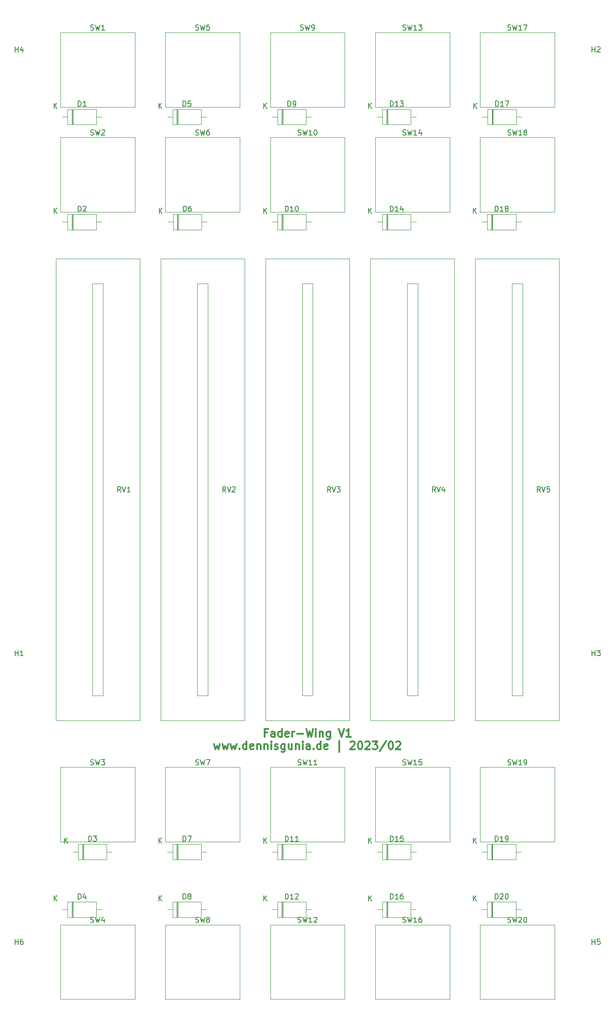
<source format=gbr>
%TF.GenerationSoftware,KiCad,Pcbnew,(6.0.4)*%
%TF.CreationDate,2023-01-30T21:52:44+01:00*%
%TF.ProjectId,Fader_Board,46616465-725f-4426-9f61-72642e6b6963,rev?*%
%TF.SameCoordinates,Original*%
%TF.FileFunction,Legend,Top*%
%TF.FilePolarity,Positive*%
%FSLAX46Y46*%
G04 Gerber Fmt 4.6, Leading zero omitted, Abs format (unit mm)*
G04 Created by KiCad (PCBNEW (6.0.4)) date 2023-01-30 21:52:44*
%MOMM*%
%LPD*%
G01*
G04 APERTURE LIST*
%ADD10C,0.300000*%
%ADD11C,0.150000*%
%ADD12C,0.120000*%
G04 APERTURE END LIST*
D10*
X82178571Y-148478571D02*
X82464285Y-149478571D01*
X82750000Y-148764285D01*
X83035714Y-149478571D01*
X83321428Y-148478571D01*
X83750000Y-148478571D02*
X84035714Y-149478571D01*
X84321428Y-148764285D01*
X84607142Y-149478571D01*
X84892857Y-148478571D01*
X85321428Y-148478571D02*
X85607142Y-149478571D01*
X85892857Y-148764285D01*
X86178571Y-149478571D01*
X86464285Y-148478571D01*
X87035714Y-149335714D02*
X87107142Y-149407142D01*
X87035714Y-149478571D01*
X86964285Y-149407142D01*
X87035714Y-149335714D01*
X87035714Y-149478571D01*
X88392857Y-149478571D02*
X88392857Y-147978571D01*
X88392857Y-149407142D02*
X88250000Y-149478571D01*
X87964285Y-149478571D01*
X87821428Y-149407142D01*
X87750000Y-149335714D01*
X87678571Y-149192857D01*
X87678571Y-148764285D01*
X87750000Y-148621428D01*
X87821428Y-148550000D01*
X87964285Y-148478571D01*
X88250000Y-148478571D01*
X88392857Y-148550000D01*
X89678571Y-149407142D02*
X89535714Y-149478571D01*
X89250000Y-149478571D01*
X89107142Y-149407142D01*
X89035714Y-149264285D01*
X89035714Y-148692857D01*
X89107142Y-148550000D01*
X89250000Y-148478571D01*
X89535714Y-148478571D01*
X89678571Y-148550000D01*
X89750000Y-148692857D01*
X89750000Y-148835714D01*
X89035714Y-148978571D01*
X90392857Y-148478571D02*
X90392857Y-149478571D01*
X90392857Y-148621428D02*
X90464285Y-148550000D01*
X90607142Y-148478571D01*
X90821428Y-148478571D01*
X90964285Y-148550000D01*
X91035714Y-148692857D01*
X91035714Y-149478571D01*
X91750000Y-148478571D02*
X91750000Y-149478571D01*
X91750000Y-148621428D02*
X91821428Y-148550000D01*
X91964285Y-148478571D01*
X92178571Y-148478571D01*
X92321428Y-148550000D01*
X92392857Y-148692857D01*
X92392857Y-149478571D01*
X93107142Y-149478571D02*
X93107142Y-148478571D01*
X93107142Y-147978571D02*
X93035714Y-148050000D01*
X93107142Y-148121428D01*
X93178571Y-148050000D01*
X93107142Y-147978571D01*
X93107142Y-148121428D01*
X93750000Y-149407142D02*
X93892857Y-149478571D01*
X94178571Y-149478571D01*
X94321428Y-149407142D01*
X94392857Y-149264285D01*
X94392857Y-149192857D01*
X94321428Y-149050000D01*
X94178571Y-148978571D01*
X93964285Y-148978571D01*
X93821428Y-148907142D01*
X93750000Y-148764285D01*
X93750000Y-148692857D01*
X93821428Y-148550000D01*
X93964285Y-148478571D01*
X94178571Y-148478571D01*
X94321428Y-148550000D01*
X95678571Y-148478571D02*
X95678571Y-149692857D01*
X95607142Y-149835714D01*
X95535714Y-149907142D01*
X95392857Y-149978571D01*
X95178571Y-149978571D01*
X95035714Y-149907142D01*
X95678571Y-149407142D02*
X95535714Y-149478571D01*
X95250000Y-149478571D01*
X95107142Y-149407142D01*
X95035714Y-149335714D01*
X94964285Y-149192857D01*
X94964285Y-148764285D01*
X95035714Y-148621428D01*
X95107142Y-148550000D01*
X95250000Y-148478571D01*
X95535714Y-148478571D01*
X95678571Y-148550000D01*
X97035714Y-148478571D02*
X97035714Y-149478571D01*
X96392857Y-148478571D02*
X96392857Y-149264285D01*
X96464285Y-149407142D01*
X96607142Y-149478571D01*
X96821428Y-149478571D01*
X96964285Y-149407142D01*
X97035714Y-149335714D01*
X97750000Y-148478571D02*
X97750000Y-149478571D01*
X97750000Y-148621428D02*
X97821428Y-148550000D01*
X97964285Y-148478571D01*
X98178571Y-148478571D01*
X98321428Y-148550000D01*
X98392857Y-148692857D01*
X98392857Y-149478571D01*
X99107142Y-149478571D02*
X99107142Y-148478571D01*
X99107142Y-147978571D02*
X99035714Y-148050000D01*
X99107142Y-148121428D01*
X99178571Y-148050000D01*
X99107142Y-147978571D01*
X99107142Y-148121428D01*
X100464285Y-149478571D02*
X100464285Y-148692857D01*
X100392857Y-148550000D01*
X100250000Y-148478571D01*
X99964285Y-148478571D01*
X99821428Y-148550000D01*
X100464285Y-149407142D02*
X100321428Y-149478571D01*
X99964285Y-149478571D01*
X99821428Y-149407142D01*
X99750000Y-149264285D01*
X99750000Y-149121428D01*
X99821428Y-148978571D01*
X99964285Y-148907142D01*
X100321428Y-148907142D01*
X100464285Y-148835714D01*
X101178571Y-149335714D02*
X101250000Y-149407142D01*
X101178571Y-149478571D01*
X101107142Y-149407142D01*
X101178571Y-149335714D01*
X101178571Y-149478571D01*
X102535714Y-149478571D02*
X102535714Y-147978571D01*
X102535714Y-149407142D02*
X102392857Y-149478571D01*
X102107142Y-149478571D01*
X101964285Y-149407142D01*
X101892857Y-149335714D01*
X101821428Y-149192857D01*
X101821428Y-148764285D01*
X101892857Y-148621428D01*
X101964285Y-148550000D01*
X102107142Y-148478571D01*
X102392857Y-148478571D01*
X102535714Y-148550000D01*
X103821428Y-149407142D02*
X103678571Y-149478571D01*
X103392857Y-149478571D01*
X103250000Y-149407142D01*
X103178571Y-149264285D01*
X103178571Y-148692857D01*
X103250000Y-148550000D01*
X103392857Y-148478571D01*
X103678571Y-148478571D01*
X103821428Y-148550000D01*
X103892857Y-148692857D01*
X103892857Y-148835714D01*
X103178571Y-148978571D01*
X106035714Y-149978571D02*
X106035714Y-147835714D01*
X108178571Y-148121428D02*
X108250000Y-148050000D01*
X108392857Y-147978571D01*
X108750000Y-147978571D01*
X108892857Y-148050000D01*
X108964285Y-148121428D01*
X109035714Y-148264285D01*
X109035714Y-148407142D01*
X108964285Y-148621428D01*
X108107142Y-149478571D01*
X109035714Y-149478571D01*
X109964285Y-147978571D02*
X110107142Y-147978571D01*
X110250000Y-148050000D01*
X110321428Y-148121428D01*
X110392857Y-148264285D01*
X110464285Y-148550000D01*
X110464285Y-148907142D01*
X110392857Y-149192857D01*
X110321428Y-149335714D01*
X110250000Y-149407142D01*
X110107142Y-149478571D01*
X109964285Y-149478571D01*
X109821428Y-149407142D01*
X109750000Y-149335714D01*
X109678571Y-149192857D01*
X109607142Y-148907142D01*
X109607142Y-148550000D01*
X109678571Y-148264285D01*
X109750000Y-148121428D01*
X109821428Y-148050000D01*
X109964285Y-147978571D01*
X111035714Y-148121428D02*
X111107142Y-148050000D01*
X111250000Y-147978571D01*
X111607142Y-147978571D01*
X111750000Y-148050000D01*
X111821428Y-148121428D01*
X111892857Y-148264285D01*
X111892857Y-148407142D01*
X111821428Y-148621428D01*
X110964285Y-149478571D01*
X111892857Y-149478571D01*
X112392857Y-147978571D02*
X113321428Y-147978571D01*
X112821428Y-148550000D01*
X113035714Y-148550000D01*
X113178571Y-148621428D01*
X113250000Y-148692857D01*
X113321428Y-148835714D01*
X113321428Y-149192857D01*
X113250000Y-149335714D01*
X113178571Y-149407142D01*
X113035714Y-149478571D01*
X112607142Y-149478571D01*
X112464285Y-149407142D01*
X112392857Y-149335714D01*
X115035714Y-147907142D02*
X113750000Y-149835714D01*
X115821428Y-147978571D02*
X115964285Y-147978571D01*
X116107142Y-148050000D01*
X116178571Y-148121428D01*
X116250000Y-148264285D01*
X116321428Y-148550000D01*
X116321428Y-148907142D01*
X116250000Y-149192857D01*
X116178571Y-149335714D01*
X116107142Y-149407142D01*
X115964285Y-149478571D01*
X115821428Y-149478571D01*
X115678571Y-149407142D01*
X115607142Y-149335714D01*
X115535714Y-149192857D01*
X115464285Y-148907142D01*
X115464285Y-148550000D01*
X115535714Y-148264285D01*
X115607142Y-148121428D01*
X115678571Y-148050000D01*
X115821428Y-147978571D01*
X116892857Y-148121428D02*
X116964285Y-148050000D01*
X117107142Y-147978571D01*
X117464285Y-147978571D01*
X117607142Y-148050000D01*
X117678571Y-148121428D01*
X117750000Y-148264285D01*
X117750000Y-148407142D01*
X117678571Y-148621428D01*
X116821428Y-149478571D01*
X117750000Y-149478571D01*
X92321428Y-146292857D02*
X91821428Y-146292857D01*
X91821428Y-147078571D02*
X91821428Y-145578571D01*
X92535714Y-145578571D01*
X93750000Y-147078571D02*
X93750000Y-146292857D01*
X93678571Y-146150000D01*
X93535714Y-146078571D01*
X93250000Y-146078571D01*
X93107142Y-146150000D01*
X93750000Y-147007142D02*
X93607142Y-147078571D01*
X93250000Y-147078571D01*
X93107142Y-147007142D01*
X93035714Y-146864285D01*
X93035714Y-146721428D01*
X93107142Y-146578571D01*
X93250000Y-146507142D01*
X93607142Y-146507142D01*
X93750000Y-146435714D01*
X95107142Y-147078571D02*
X95107142Y-145578571D01*
X95107142Y-147007142D02*
X94964285Y-147078571D01*
X94678571Y-147078571D01*
X94535714Y-147007142D01*
X94464285Y-146935714D01*
X94392857Y-146792857D01*
X94392857Y-146364285D01*
X94464285Y-146221428D01*
X94535714Y-146150000D01*
X94678571Y-146078571D01*
X94964285Y-146078571D01*
X95107142Y-146150000D01*
X96392857Y-147007142D02*
X96250000Y-147078571D01*
X95964285Y-147078571D01*
X95821428Y-147007142D01*
X95750000Y-146864285D01*
X95750000Y-146292857D01*
X95821428Y-146150000D01*
X95964285Y-146078571D01*
X96250000Y-146078571D01*
X96392857Y-146150000D01*
X96464285Y-146292857D01*
X96464285Y-146435714D01*
X95750000Y-146578571D01*
X97107142Y-147078571D02*
X97107142Y-146078571D01*
X97107142Y-146364285D02*
X97178571Y-146221428D01*
X97250000Y-146150000D01*
X97392857Y-146078571D01*
X97535714Y-146078571D01*
X98035714Y-146507142D02*
X99178571Y-146507142D01*
X99750000Y-145578571D02*
X100107142Y-147078571D01*
X100392857Y-146007142D01*
X100678571Y-147078571D01*
X101035714Y-145578571D01*
X101607142Y-147078571D02*
X101607142Y-146078571D01*
X101607142Y-145578571D02*
X101535714Y-145650000D01*
X101607142Y-145721428D01*
X101678571Y-145650000D01*
X101607142Y-145578571D01*
X101607142Y-145721428D01*
X102321428Y-146078571D02*
X102321428Y-147078571D01*
X102321428Y-146221428D02*
X102392857Y-146150000D01*
X102535714Y-146078571D01*
X102750000Y-146078571D01*
X102892857Y-146150000D01*
X102964285Y-146292857D01*
X102964285Y-147078571D01*
X104321428Y-146078571D02*
X104321428Y-147292857D01*
X104250000Y-147435714D01*
X104178571Y-147507142D01*
X104035714Y-147578571D01*
X103821428Y-147578571D01*
X103678571Y-147507142D01*
X104321428Y-147007142D02*
X104178571Y-147078571D01*
X103892857Y-147078571D01*
X103750000Y-147007142D01*
X103678571Y-146935714D01*
X103607142Y-146792857D01*
X103607142Y-146364285D01*
X103678571Y-146221428D01*
X103750000Y-146150000D01*
X103892857Y-146078571D01*
X104178571Y-146078571D01*
X104321428Y-146150000D01*
X105964285Y-145578571D02*
X106464285Y-147078571D01*
X106964285Y-145578571D01*
X108250000Y-147078571D02*
X107392857Y-147078571D01*
X107821428Y-147078571D02*
X107821428Y-145578571D01*
X107678571Y-145792857D01*
X107535714Y-145935714D01*
X107392857Y-146007142D01*
D11*
%TO.C,RV5*%
X144404761Y-100452380D02*
X144071428Y-99976190D01*
X143833333Y-100452380D02*
X143833333Y-99452380D01*
X144214285Y-99452380D01*
X144309523Y-99500000D01*
X144357142Y-99547619D01*
X144404761Y-99642857D01*
X144404761Y-99785714D01*
X144357142Y-99880952D01*
X144309523Y-99928571D01*
X144214285Y-99976190D01*
X143833333Y-99976190D01*
X144690476Y-99452380D02*
X145023809Y-100452380D01*
X145357142Y-99452380D01*
X146166666Y-99452380D02*
X145690476Y-99452380D01*
X145642857Y-99928571D01*
X145690476Y-99880952D01*
X145785714Y-99833333D01*
X146023809Y-99833333D01*
X146119047Y-99880952D01*
X146166666Y-99928571D01*
X146214285Y-100023809D01*
X146214285Y-100261904D01*
X146166666Y-100357142D01*
X146119047Y-100404761D01*
X146023809Y-100452380D01*
X145785714Y-100452380D01*
X145690476Y-100404761D01*
X145642857Y-100357142D01*
%TO.C,RV4*%
X124404761Y-100452380D02*
X124071428Y-99976190D01*
X123833333Y-100452380D02*
X123833333Y-99452380D01*
X124214285Y-99452380D01*
X124309523Y-99500000D01*
X124357142Y-99547619D01*
X124404761Y-99642857D01*
X124404761Y-99785714D01*
X124357142Y-99880952D01*
X124309523Y-99928571D01*
X124214285Y-99976190D01*
X123833333Y-99976190D01*
X124690476Y-99452380D02*
X125023809Y-100452380D01*
X125357142Y-99452380D01*
X126119047Y-99785714D02*
X126119047Y-100452380D01*
X125880952Y-99404761D02*
X125642857Y-100119047D01*
X126261904Y-100119047D01*
%TO.C,RV3*%
X104404761Y-100452380D02*
X104071428Y-99976190D01*
X103833333Y-100452380D02*
X103833333Y-99452380D01*
X104214285Y-99452380D01*
X104309523Y-99500000D01*
X104357142Y-99547619D01*
X104404761Y-99642857D01*
X104404761Y-99785714D01*
X104357142Y-99880952D01*
X104309523Y-99928571D01*
X104214285Y-99976190D01*
X103833333Y-99976190D01*
X104690476Y-99452380D02*
X105023809Y-100452380D01*
X105357142Y-99452380D01*
X105595238Y-99452380D02*
X106214285Y-99452380D01*
X105880952Y-99833333D01*
X106023809Y-99833333D01*
X106119047Y-99880952D01*
X106166666Y-99928571D01*
X106214285Y-100023809D01*
X106214285Y-100261904D01*
X106166666Y-100357142D01*
X106119047Y-100404761D01*
X106023809Y-100452380D01*
X105738095Y-100452380D01*
X105642857Y-100404761D01*
X105595238Y-100357142D01*
%TO.C,RV2*%
X84404761Y-100452380D02*
X84071428Y-99976190D01*
X83833333Y-100452380D02*
X83833333Y-99452380D01*
X84214285Y-99452380D01*
X84309523Y-99500000D01*
X84357142Y-99547619D01*
X84404761Y-99642857D01*
X84404761Y-99785714D01*
X84357142Y-99880952D01*
X84309523Y-99928571D01*
X84214285Y-99976190D01*
X83833333Y-99976190D01*
X84690476Y-99452380D02*
X85023809Y-100452380D01*
X85357142Y-99452380D01*
X85642857Y-99547619D02*
X85690476Y-99500000D01*
X85785714Y-99452380D01*
X86023809Y-99452380D01*
X86119047Y-99500000D01*
X86166666Y-99547619D01*
X86214285Y-99642857D01*
X86214285Y-99738095D01*
X86166666Y-99880952D01*
X85595238Y-100452380D01*
X86214285Y-100452380D01*
%TO.C,RV1*%
X64404761Y-100452380D02*
X64071428Y-99976190D01*
X63833333Y-100452380D02*
X63833333Y-99452380D01*
X64214285Y-99452380D01*
X64309523Y-99500000D01*
X64357142Y-99547619D01*
X64404761Y-99642857D01*
X64404761Y-99785714D01*
X64357142Y-99880952D01*
X64309523Y-99928571D01*
X64214285Y-99976190D01*
X63833333Y-99976190D01*
X64690476Y-99452380D02*
X65023809Y-100452380D01*
X65357142Y-99452380D01*
X66214285Y-100452380D02*
X65642857Y-100452380D01*
X65928571Y-100452380D02*
X65928571Y-99452380D01*
X65833333Y-99595238D01*
X65738095Y-99690476D01*
X65642857Y-99738095D01*
%TO.C,H6*%
X44238095Y-186652380D02*
X44238095Y-185652380D01*
X44238095Y-186128571D02*
X44809523Y-186128571D01*
X44809523Y-186652380D02*
X44809523Y-185652380D01*
X45714285Y-185652380D02*
X45523809Y-185652380D01*
X45428571Y-185700000D01*
X45380952Y-185747619D01*
X45285714Y-185890476D01*
X45238095Y-186080952D01*
X45238095Y-186461904D01*
X45285714Y-186557142D01*
X45333333Y-186604761D01*
X45428571Y-186652380D01*
X45619047Y-186652380D01*
X45714285Y-186604761D01*
X45761904Y-186557142D01*
X45809523Y-186461904D01*
X45809523Y-186223809D01*
X45761904Y-186128571D01*
X45714285Y-186080952D01*
X45619047Y-186033333D01*
X45428571Y-186033333D01*
X45333333Y-186080952D01*
X45285714Y-186128571D01*
X45238095Y-186223809D01*
%TO.C,H5*%
X154238095Y-186652380D02*
X154238095Y-185652380D01*
X154238095Y-186128571D02*
X154809523Y-186128571D01*
X154809523Y-186652380D02*
X154809523Y-185652380D01*
X155761904Y-185652380D02*
X155285714Y-185652380D01*
X155238095Y-186128571D01*
X155285714Y-186080952D01*
X155380952Y-186033333D01*
X155619047Y-186033333D01*
X155714285Y-186080952D01*
X155761904Y-186128571D01*
X155809523Y-186223809D01*
X155809523Y-186461904D01*
X155761904Y-186557142D01*
X155714285Y-186604761D01*
X155619047Y-186652380D01*
X155380952Y-186652380D01*
X155285714Y-186604761D01*
X155238095Y-186557142D01*
%TO.C,H4*%
X44238095Y-16652380D02*
X44238095Y-15652380D01*
X44238095Y-16128571D02*
X44809523Y-16128571D01*
X44809523Y-16652380D02*
X44809523Y-15652380D01*
X45714285Y-15985714D02*
X45714285Y-16652380D01*
X45476190Y-15604761D02*
X45238095Y-16319047D01*
X45857142Y-16319047D01*
%TO.C,H3*%
X154238095Y-131652380D02*
X154238095Y-130652380D01*
X154238095Y-131128571D02*
X154809523Y-131128571D01*
X154809523Y-131652380D02*
X154809523Y-130652380D01*
X155190476Y-130652380D02*
X155809523Y-130652380D01*
X155476190Y-131033333D01*
X155619047Y-131033333D01*
X155714285Y-131080952D01*
X155761904Y-131128571D01*
X155809523Y-131223809D01*
X155809523Y-131461904D01*
X155761904Y-131557142D01*
X155714285Y-131604761D01*
X155619047Y-131652380D01*
X155333333Y-131652380D01*
X155238095Y-131604761D01*
X155190476Y-131557142D01*
%TO.C,H2*%
X154238095Y-16652380D02*
X154238095Y-15652380D01*
X154238095Y-16128571D02*
X154809523Y-16128571D01*
X154809523Y-16652380D02*
X154809523Y-15652380D01*
X155238095Y-15747619D02*
X155285714Y-15700000D01*
X155380952Y-15652380D01*
X155619047Y-15652380D01*
X155714285Y-15700000D01*
X155761904Y-15747619D01*
X155809523Y-15842857D01*
X155809523Y-15938095D01*
X155761904Y-16080952D01*
X155190476Y-16652380D01*
X155809523Y-16652380D01*
%TO.C,H1*%
X44238095Y-131652380D02*
X44238095Y-130652380D01*
X44238095Y-131128571D02*
X44809523Y-131128571D01*
X44809523Y-131652380D02*
X44809523Y-130652380D01*
X45809523Y-131652380D02*
X45238095Y-131652380D01*
X45523809Y-131652380D02*
X45523809Y-130652380D01*
X45428571Y-130795238D01*
X45333333Y-130890476D01*
X45238095Y-130938095D01*
%TO.C,D14*%
X115785714Y-46982380D02*
X115785714Y-45982380D01*
X116023809Y-45982380D01*
X116166666Y-46030000D01*
X116261904Y-46125238D01*
X116309523Y-46220476D01*
X116357142Y-46410952D01*
X116357142Y-46553809D01*
X116309523Y-46744285D01*
X116261904Y-46839523D01*
X116166666Y-46934761D01*
X116023809Y-46982380D01*
X115785714Y-46982380D01*
X117309523Y-46982380D02*
X116738095Y-46982380D01*
X117023809Y-46982380D02*
X117023809Y-45982380D01*
X116928571Y-46125238D01*
X116833333Y-46220476D01*
X116738095Y-46268095D01*
X118166666Y-46315714D02*
X118166666Y-46982380D01*
X117928571Y-45934761D02*
X117690476Y-46649047D01*
X118309523Y-46649047D01*
X111658095Y-47352380D02*
X111658095Y-46352380D01*
X112229523Y-47352380D02*
X111800952Y-46780952D01*
X112229523Y-46352380D02*
X111658095Y-46923809D01*
%TO.C,SW2*%
X58666666Y-32404761D02*
X58809523Y-32452380D01*
X59047619Y-32452380D01*
X59142857Y-32404761D01*
X59190476Y-32357142D01*
X59238095Y-32261904D01*
X59238095Y-32166666D01*
X59190476Y-32071428D01*
X59142857Y-32023809D01*
X59047619Y-31976190D01*
X58857142Y-31928571D01*
X58761904Y-31880952D01*
X58714285Y-31833333D01*
X58666666Y-31738095D01*
X58666666Y-31642857D01*
X58714285Y-31547619D01*
X58761904Y-31500000D01*
X58857142Y-31452380D01*
X59095238Y-31452380D01*
X59238095Y-31500000D01*
X59571428Y-31452380D02*
X59809523Y-32452380D01*
X60000000Y-31738095D01*
X60190476Y-32452380D01*
X60428571Y-31452380D01*
X60761904Y-31547619D02*
X60809523Y-31500000D01*
X60904761Y-31452380D01*
X61142857Y-31452380D01*
X61238095Y-31500000D01*
X61285714Y-31547619D01*
X61333333Y-31642857D01*
X61333333Y-31738095D01*
X61285714Y-31880952D01*
X60714285Y-32452380D01*
X61333333Y-32452380D01*
%TO.C,D20*%
X135785714Y-177982380D02*
X135785714Y-176982380D01*
X136023809Y-176982380D01*
X136166666Y-177030000D01*
X136261904Y-177125238D01*
X136309523Y-177220476D01*
X136357142Y-177410952D01*
X136357142Y-177553809D01*
X136309523Y-177744285D01*
X136261904Y-177839523D01*
X136166666Y-177934761D01*
X136023809Y-177982380D01*
X135785714Y-177982380D01*
X136738095Y-177077619D02*
X136785714Y-177030000D01*
X136880952Y-176982380D01*
X137119047Y-176982380D01*
X137214285Y-177030000D01*
X137261904Y-177077619D01*
X137309523Y-177172857D01*
X137309523Y-177268095D01*
X137261904Y-177410952D01*
X136690476Y-177982380D01*
X137309523Y-177982380D01*
X137928571Y-176982380D02*
X138023809Y-176982380D01*
X138119047Y-177030000D01*
X138166666Y-177077619D01*
X138214285Y-177172857D01*
X138261904Y-177363333D01*
X138261904Y-177601428D01*
X138214285Y-177791904D01*
X138166666Y-177887142D01*
X138119047Y-177934761D01*
X138023809Y-177982380D01*
X137928571Y-177982380D01*
X137833333Y-177934761D01*
X137785714Y-177887142D01*
X137738095Y-177791904D01*
X137690476Y-177601428D01*
X137690476Y-177363333D01*
X137738095Y-177172857D01*
X137785714Y-177077619D01*
X137833333Y-177030000D01*
X137928571Y-176982380D01*
X131658095Y-178352380D02*
X131658095Y-177352380D01*
X132229523Y-178352380D02*
X131800952Y-177780952D01*
X132229523Y-177352380D02*
X131658095Y-177923809D01*
%TO.C,D19*%
X135785714Y-166982380D02*
X135785714Y-165982380D01*
X136023809Y-165982380D01*
X136166666Y-166030000D01*
X136261904Y-166125238D01*
X136309523Y-166220476D01*
X136357142Y-166410952D01*
X136357142Y-166553809D01*
X136309523Y-166744285D01*
X136261904Y-166839523D01*
X136166666Y-166934761D01*
X136023809Y-166982380D01*
X135785714Y-166982380D01*
X137309523Y-166982380D02*
X136738095Y-166982380D01*
X137023809Y-166982380D02*
X137023809Y-165982380D01*
X136928571Y-166125238D01*
X136833333Y-166220476D01*
X136738095Y-166268095D01*
X137785714Y-166982380D02*
X137976190Y-166982380D01*
X138071428Y-166934761D01*
X138119047Y-166887142D01*
X138214285Y-166744285D01*
X138261904Y-166553809D01*
X138261904Y-166172857D01*
X138214285Y-166077619D01*
X138166666Y-166030000D01*
X138071428Y-165982380D01*
X137880952Y-165982380D01*
X137785714Y-166030000D01*
X137738095Y-166077619D01*
X137690476Y-166172857D01*
X137690476Y-166410952D01*
X137738095Y-166506190D01*
X137785714Y-166553809D01*
X137880952Y-166601428D01*
X138071428Y-166601428D01*
X138166666Y-166553809D01*
X138214285Y-166506190D01*
X138261904Y-166410952D01*
X131658095Y-167352380D02*
X131658095Y-166352380D01*
X132229523Y-167352380D02*
X131800952Y-166780952D01*
X132229523Y-166352380D02*
X131658095Y-166923809D01*
%TO.C,SW7*%
X78666666Y-152404761D02*
X78809523Y-152452380D01*
X79047619Y-152452380D01*
X79142857Y-152404761D01*
X79190476Y-152357142D01*
X79238095Y-152261904D01*
X79238095Y-152166666D01*
X79190476Y-152071428D01*
X79142857Y-152023809D01*
X79047619Y-151976190D01*
X78857142Y-151928571D01*
X78761904Y-151880952D01*
X78714285Y-151833333D01*
X78666666Y-151738095D01*
X78666666Y-151642857D01*
X78714285Y-151547619D01*
X78761904Y-151500000D01*
X78857142Y-151452380D01*
X79095238Y-151452380D01*
X79238095Y-151500000D01*
X79571428Y-151452380D02*
X79809523Y-152452380D01*
X80000000Y-151738095D01*
X80190476Y-152452380D01*
X80428571Y-151452380D01*
X80714285Y-151452380D02*
X81380952Y-151452380D01*
X80952380Y-152452380D01*
%TO.C,SW16*%
X118190476Y-182404761D02*
X118333333Y-182452380D01*
X118571428Y-182452380D01*
X118666666Y-182404761D01*
X118714285Y-182357142D01*
X118761904Y-182261904D01*
X118761904Y-182166666D01*
X118714285Y-182071428D01*
X118666666Y-182023809D01*
X118571428Y-181976190D01*
X118380952Y-181928571D01*
X118285714Y-181880952D01*
X118238095Y-181833333D01*
X118190476Y-181738095D01*
X118190476Y-181642857D01*
X118238095Y-181547619D01*
X118285714Y-181500000D01*
X118380952Y-181452380D01*
X118619047Y-181452380D01*
X118761904Y-181500000D01*
X119095238Y-181452380D02*
X119333333Y-182452380D01*
X119523809Y-181738095D01*
X119714285Y-182452380D01*
X119952380Y-181452380D01*
X120857142Y-182452380D02*
X120285714Y-182452380D01*
X120571428Y-182452380D02*
X120571428Y-181452380D01*
X120476190Y-181595238D01*
X120380952Y-181690476D01*
X120285714Y-181738095D01*
X121714285Y-181452380D02*
X121523809Y-181452380D01*
X121428571Y-181500000D01*
X121380952Y-181547619D01*
X121285714Y-181690476D01*
X121238095Y-181880952D01*
X121238095Y-182261904D01*
X121285714Y-182357142D01*
X121333333Y-182404761D01*
X121428571Y-182452380D01*
X121619047Y-182452380D01*
X121714285Y-182404761D01*
X121761904Y-182357142D01*
X121809523Y-182261904D01*
X121809523Y-182023809D01*
X121761904Y-181928571D01*
X121714285Y-181880952D01*
X121619047Y-181833333D01*
X121428571Y-181833333D01*
X121333333Y-181880952D01*
X121285714Y-181928571D01*
X121238095Y-182023809D01*
%TO.C,SW5*%
X78666666Y-12404761D02*
X78809523Y-12452380D01*
X79047619Y-12452380D01*
X79142857Y-12404761D01*
X79190476Y-12357142D01*
X79238095Y-12261904D01*
X79238095Y-12166666D01*
X79190476Y-12071428D01*
X79142857Y-12023809D01*
X79047619Y-11976190D01*
X78857142Y-11928571D01*
X78761904Y-11880952D01*
X78714285Y-11833333D01*
X78666666Y-11738095D01*
X78666666Y-11642857D01*
X78714285Y-11547619D01*
X78761904Y-11500000D01*
X78857142Y-11452380D01*
X79095238Y-11452380D01*
X79238095Y-11500000D01*
X79571428Y-11452380D02*
X79809523Y-12452380D01*
X80000000Y-11738095D01*
X80190476Y-12452380D01*
X80428571Y-11452380D01*
X81285714Y-11452380D02*
X80809523Y-11452380D01*
X80761904Y-11928571D01*
X80809523Y-11880952D01*
X80904761Y-11833333D01*
X81142857Y-11833333D01*
X81238095Y-11880952D01*
X81285714Y-11928571D01*
X81333333Y-12023809D01*
X81333333Y-12261904D01*
X81285714Y-12357142D01*
X81238095Y-12404761D01*
X81142857Y-12452380D01*
X80904761Y-12452380D01*
X80809523Y-12404761D01*
X80761904Y-12357142D01*
%TO.C,D17*%
X135865714Y-26982380D02*
X135865714Y-25982380D01*
X136103809Y-25982380D01*
X136246666Y-26030000D01*
X136341904Y-26125238D01*
X136389523Y-26220476D01*
X136437142Y-26410952D01*
X136437142Y-26553809D01*
X136389523Y-26744285D01*
X136341904Y-26839523D01*
X136246666Y-26934761D01*
X136103809Y-26982380D01*
X135865714Y-26982380D01*
X137389523Y-26982380D02*
X136818095Y-26982380D01*
X137103809Y-26982380D02*
X137103809Y-25982380D01*
X137008571Y-26125238D01*
X136913333Y-26220476D01*
X136818095Y-26268095D01*
X137722857Y-25982380D02*
X138389523Y-25982380D01*
X137960952Y-26982380D01*
X131738095Y-27352380D02*
X131738095Y-26352380D01*
X132309523Y-27352380D02*
X131880952Y-26780952D01*
X132309523Y-26352380D02*
X131738095Y-26923809D01*
%TO.C,D10*%
X95785714Y-46982380D02*
X95785714Y-45982380D01*
X96023809Y-45982380D01*
X96166666Y-46030000D01*
X96261904Y-46125238D01*
X96309523Y-46220476D01*
X96357142Y-46410952D01*
X96357142Y-46553809D01*
X96309523Y-46744285D01*
X96261904Y-46839523D01*
X96166666Y-46934761D01*
X96023809Y-46982380D01*
X95785714Y-46982380D01*
X97309523Y-46982380D02*
X96738095Y-46982380D01*
X97023809Y-46982380D02*
X97023809Y-45982380D01*
X96928571Y-46125238D01*
X96833333Y-46220476D01*
X96738095Y-46268095D01*
X97928571Y-45982380D02*
X98023809Y-45982380D01*
X98119047Y-46030000D01*
X98166666Y-46077619D01*
X98214285Y-46172857D01*
X98261904Y-46363333D01*
X98261904Y-46601428D01*
X98214285Y-46791904D01*
X98166666Y-46887142D01*
X98119047Y-46934761D01*
X98023809Y-46982380D01*
X97928571Y-46982380D01*
X97833333Y-46934761D01*
X97785714Y-46887142D01*
X97738095Y-46791904D01*
X97690476Y-46601428D01*
X97690476Y-46363333D01*
X97738095Y-46172857D01*
X97785714Y-46077619D01*
X97833333Y-46030000D01*
X97928571Y-45982380D01*
X91658095Y-47352380D02*
X91658095Y-46352380D01*
X92229523Y-47352380D02*
X91800952Y-46780952D01*
X92229523Y-46352380D02*
X91658095Y-46923809D01*
%TO.C,D12*%
X95785714Y-177982380D02*
X95785714Y-176982380D01*
X96023809Y-176982380D01*
X96166666Y-177030000D01*
X96261904Y-177125238D01*
X96309523Y-177220476D01*
X96357142Y-177410952D01*
X96357142Y-177553809D01*
X96309523Y-177744285D01*
X96261904Y-177839523D01*
X96166666Y-177934761D01*
X96023809Y-177982380D01*
X95785714Y-177982380D01*
X97309523Y-177982380D02*
X96738095Y-177982380D01*
X97023809Y-177982380D02*
X97023809Y-176982380D01*
X96928571Y-177125238D01*
X96833333Y-177220476D01*
X96738095Y-177268095D01*
X97690476Y-177077619D02*
X97738095Y-177030000D01*
X97833333Y-176982380D01*
X98071428Y-176982380D01*
X98166666Y-177030000D01*
X98214285Y-177077619D01*
X98261904Y-177172857D01*
X98261904Y-177268095D01*
X98214285Y-177410952D01*
X97642857Y-177982380D01*
X98261904Y-177982380D01*
X91658095Y-178352380D02*
X91658095Y-177352380D01*
X92229523Y-178352380D02*
X91800952Y-177780952D01*
X92229523Y-177352380D02*
X91658095Y-177923809D01*
%TO.C,SW11*%
X98190476Y-152404761D02*
X98333333Y-152452380D01*
X98571428Y-152452380D01*
X98666666Y-152404761D01*
X98714285Y-152357142D01*
X98761904Y-152261904D01*
X98761904Y-152166666D01*
X98714285Y-152071428D01*
X98666666Y-152023809D01*
X98571428Y-151976190D01*
X98380952Y-151928571D01*
X98285714Y-151880952D01*
X98238095Y-151833333D01*
X98190476Y-151738095D01*
X98190476Y-151642857D01*
X98238095Y-151547619D01*
X98285714Y-151500000D01*
X98380952Y-151452380D01*
X98619047Y-151452380D01*
X98761904Y-151500000D01*
X99095238Y-151452380D02*
X99333333Y-152452380D01*
X99523809Y-151738095D01*
X99714285Y-152452380D01*
X99952380Y-151452380D01*
X100857142Y-152452380D02*
X100285714Y-152452380D01*
X100571428Y-152452380D02*
X100571428Y-151452380D01*
X100476190Y-151595238D01*
X100380952Y-151690476D01*
X100285714Y-151738095D01*
X101809523Y-152452380D02*
X101238095Y-152452380D01*
X101523809Y-152452380D02*
X101523809Y-151452380D01*
X101428571Y-151595238D01*
X101333333Y-151690476D01*
X101238095Y-151738095D01*
%TO.C,D4*%
X56261904Y-177982380D02*
X56261904Y-176982380D01*
X56500000Y-176982380D01*
X56642857Y-177030000D01*
X56738095Y-177125238D01*
X56785714Y-177220476D01*
X56833333Y-177410952D01*
X56833333Y-177553809D01*
X56785714Y-177744285D01*
X56738095Y-177839523D01*
X56642857Y-177934761D01*
X56500000Y-177982380D01*
X56261904Y-177982380D01*
X57690476Y-177315714D02*
X57690476Y-177982380D01*
X57452380Y-176934761D02*
X57214285Y-177649047D01*
X57833333Y-177649047D01*
X51658095Y-178352380D02*
X51658095Y-177352380D01*
X52229523Y-178352380D02*
X51800952Y-177780952D01*
X52229523Y-177352380D02*
X51658095Y-177923809D01*
%TO.C,SW8*%
X78666666Y-182404761D02*
X78809523Y-182452380D01*
X79047619Y-182452380D01*
X79142857Y-182404761D01*
X79190476Y-182357142D01*
X79238095Y-182261904D01*
X79238095Y-182166666D01*
X79190476Y-182071428D01*
X79142857Y-182023809D01*
X79047619Y-181976190D01*
X78857142Y-181928571D01*
X78761904Y-181880952D01*
X78714285Y-181833333D01*
X78666666Y-181738095D01*
X78666666Y-181642857D01*
X78714285Y-181547619D01*
X78761904Y-181500000D01*
X78857142Y-181452380D01*
X79095238Y-181452380D01*
X79238095Y-181500000D01*
X79571428Y-181452380D02*
X79809523Y-182452380D01*
X80000000Y-181738095D01*
X80190476Y-182452380D01*
X80428571Y-181452380D01*
X80952380Y-181880952D02*
X80857142Y-181833333D01*
X80809523Y-181785714D01*
X80761904Y-181690476D01*
X80761904Y-181642857D01*
X80809523Y-181547619D01*
X80857142Y-181500000D01*
X80952380Y-181452380D01*
X81142857Y-181452380D01*
X81238095Y-181500000D01*
X81285714Y-181547619D01*
X81333333Y-181642857D01*
X81333333Y-181690476D01*
X81285714Y-181785714D01*
X81238095Y-181833333D01*
X81142857Y-181880952D01*
X80952380Y-181880952D01*
X80857142Y-181928571D01*
X80809523Y-181976190D01*
X80761904Y-182071428D01*
X80761904Y-182261904D01*
X80809523Y-182357142D01*
X80857142Y-182404761D01*
X80952380Y-182452380D01*
X81142857Y-182452380D01*
X81238095Y-182404761D01*
X81285714Y-182357142D01*
X81333333Y-182261904D01*
X81333333Y-182071428D01*
X81285714Y-181976190D01*
X81238095Y-181928571D01*
X81142857Y-181880952D01*
%TO.C,SW14*%
X118190476Y-32404761D02*
X118333333Y-32452380D01*
X118571428Y-32452380D01*
X118666666Y-32404761D01*
X118714285Y-32357142D01*
X118761904Y-32261904D01*
X118761904Y-32166666D01*
X118714285Y-32071428D01*
X118666666Y-32023809D01*
X118571428Y-31976190D01*
X118380952Y-31928571D01*
X118285714Y-31880952D01*
X118238095Y-31833333D01*
X118190476Y-31738095D01*
X118190476Y-31642857D01*
X118238095Y-31547619D01*
X118285714Y-31500000D01*
X118380952Y-31452380D01*
X118619047Y-31452380D01*
X118761904Y-31500000D01*
X119095238Y-31452380D02*
X119333333Y-32452380D01*
X119523809Y-31738095D01*
X119714285Y-32452380D01*
X119952380Y-31452380D01*
X120857142Y-32452380D02*
X120285714Y-32452380D01*
X120571428Y-32452380D02*
X120571428Y-31452380D01*
X120476190Y-31595238D01*
X120380952Y-31690476D01*
X120285714Y-31738095D01*
X121714285Y-31785714D02*
X121714285Y-32452380D01*
X121476190Y-31404761D02*
X121238095Y-32119047D01*
X121857142Y-32119047D01*
%TO.C,D3*%
X58261904Y-166982380D02*
X58261904Y-165982380D01*
X58500000Y-165982380D01*
X58642857Y-166030000D01*
X58738095Y-166125238D01*
X58785714Y-166220476D01*
X58833333Y-166410952D01*
X58833333Y-166553809D01*
X58785714Y-166744285D01*
X58738095Y-166839523D01*
X58642857Y-166934761D01*
X58500000Y-166982380D01*
X58261904Y-166982380D01*
X59166666Y-165982380D02*
X59785714Y-165982380D01*
X59452380Y-166363333D01*
X59595238Y-166363333D01*
X59690476Y-166410952D01*
X59738095Y-166458571D01*
X59785714Y-166553809D01*
X59785714Y-166791904D01*
X59738095Y-166887142D01*
X59690476Y-166934761D01*
X59595238Y-166982380D01*
X59309523Y-166982380D01*
X59214285Y-166934761D01*
X59166666Y-166887142D01*
X53658095Y-167352380D02*
X53658095Y-166352380D01*
X54229523Y-167352380D02*
X53800952Y-166780952D01*
X54229523Y-166352380D02*
X53658095Y-166923809D01*
%TO.C,D13*%
X115785714Y-26982380D02*
X115785714Y-25982380D01*
X116023809Y-25982380D01*
X116166666Y-26030000D01*
X116261904Y-26125238D01*
X116309523Y-26220476D01*
X116357142Y-26410952D01*
X116357142Y-26553809D01*
X116309523Y-26744285D01*
X116261904Y-26839523D01*
X116166666Y-26934761D01*
X116023809Y-26982380D01*
X115785714Y-26982380D01*
X117309523Y-26982380D02*
X116738095Y-26982380D01*
X117023809Y-26982380D02*
X117023809Y-25982380D01*
X116928571Y-26125238D01*
X116833333Y-26220476D01*
X116738095Y-26268095D01*
X117642857Y-25982380D02*
X118261904Y-25982380D01*
X117928571Y-26363333D01*
X118071428Y-26363333D01*
X118166666Y-26410952D01*
X118214285Y-26458571D01*
X118261904Y-26553809D01*
X118261904Y-26791904D01*
X118214285Y-26887142D01*
X118166666Y-26934761D01*
X118071428Y-26982380D01*
X117785714Y-26982380D01*
X117690476Y-26934761D01*
X117642857Y-26887142D01*
X111658095Y-27352380D02*
X111658095Y-26352380D01*
X112229523Y-27352380D02*
X111800952Y-26780952D01*
X112229523Y-26352380D02*
X111658095Y-26923809D01*
%TO.C,SW10*%
X98190476Y-32404761D02*
X98333333Y-32452380D01*
X98571428Y-32452380D01*
X98666666Y-32404761D01*
X98714285Y-32357142D01*
X98761904Y-32261904D01*
X98761904Y-32166666D01*
X98714285Y-32071428D01*
X98666666Y-32023809D01*
X98571428Y-31976190D01*
X98380952Y-31928571D01*
X98285714Y-31880952D01*
X98238095Y-31833333D01*
X98190476Y-31738095D01*
X98190476Y-31642857D01*
X98238095Y-31547619D01*
X98285714Y-31500000D01*
X98380952Y-31452380D01*
X98619047Y-31452380D01*
X98761904Y-31500000D01*
X99095238Y-31452380D02*
X99333333Y-32452380D01*
X99523809Y-31738095D01*
X99714285Y-32452380D01*
X99952380Y-31452380D01*
X100857142Y-32452380D02*
X100285714Y-32452380D01*
X100571428Y-32452380D02*
X100571428Y-31452380D01*
X100476190Y-31595238D01*
X100380952Y-31690476D01*
X100285714Y-31738095D01*
X101476190Y-31452380D02*
X101571428Y-31452380D01*
X101666666Y-31500000D01*
X101714285Y-31547619D01*
X101761904Y-31642857D01*
X101809523Y-31833333D01*
X101809523Y-32071428D01*
X101761904Y-32261904D01*
X101714285Y-32357142D01*
X101666666Y-32404761D01*
X101571428Y-32452380D01*
X101476190Y-32452380D01*
X101380952Y-32404761D01*
X101333333Y-32357142D01*
X101285714Y-32261904D01*
X101238095Y-32071428D01*
X101238095Y-31833333D01*
X101285714Y-31642857D01*
X101333333Y-31547619D01*
X101380952Y-31500000D01*
X101476190Y-31452380D01*
%TO.C,D8*%
X76261904Y-177982380D02*
X76261904Y-176982380D01*
X76500000Y-176982380D01*
X76642857Y-177030000D01*
X76738095Y-177125238D01*
X76785714Y-177220476D01*
X76833333Y-177410952D01*
X76833333Y-177553809D01*
X76785714Y-177744285D01*
X76738095Y-177839523D01*
X76642857Y-177934761D01*
X76500000Y-177982380D01*
X76261904Y-177982380D01*
X77404761Y-177410952D02*
X77309523Y-177363333D01*
X77261904Y-177315714D01*
X77214285Y-177220476D01*
X77214285Y-177172857D01*
X77261904Y-177077619D01*
X77309523Y-177030000D01*
X77404761Y-176982380D01*
X77595238Y-176982380D01*
X77690476Y-177030000D01*
X77738095Y-177077619D01*
X77785714Y-177172857D01*
X77785714Y-177220476D01*
X77738095Y-177315714D01*
X77690476Y-177363333D01*
X77595238Y-177410952D01*
X77404761Y-177410952D01*
X77309523Y-177458571D01*
X77261904Y-177506190D01*
X77214285Y-177601428D01*
X77214285Y-177791904D01*
X77261904Y-177887142D01*
X77309523Y-177934761D01*
X77404761Y-177982380D01*
X77595238Y-177982380D01*
X77690476Y-177934761D01*
X77738095Y-177887142D01*
X77785714Y-177791904D01*
X77785714Y-177601428D01*
X77738095Y-177506190D01*
X77690476Y-177458571D01*
X77595238Y-177410952D01*
X71658095Y-178352380D02*
X71658095Y-177352380D01*
X72229523Y-178352380D02*
X71800952Y-177780952D01*
X72229523Y-177352380D02*
X71658095Y-177923809D01*
%TO.C,SW6*%
X78666666Y-32404761D02*
X78809523Y-32452380D01*
X79047619Y-32452380D01*
X79142857Y-32404761D01*
X79190476Y-32357142D01*
X79238095Y-32261904D01*
X79238095Y-32166666D01*
X79190476Y-32071428D01*
X79142857Y-32023809D01*
X79047619Y-31976190D01*
X78857142Y-31928571D01*
X78761904Y-31880952D01*
X78714285Y-31833333D01*
X78666666Y-31738095D01*
X78666666Y-31642857D01*
X78714285Y-31547619D01*
X78761904Y-31500000D01*
X78857142Y-31452380D01*
X79095238Y-31452380D01*
X79238095Y-31500000D01*
X79571428Y-31452380D02*
X79809523Y-32452380D01*
X80000000Y-31738095D01*
X80190476Y-32452380D01*
X80428571Y-31452380D01*
X81238095Y-31452380D02*
X81047619Y-31452380D01*
X80952380Y-31500000D01*
X80904761Y-31547619D01*
X80809523Y-31690476D01*
X80761904Y-31880952D01*
X80761904Y-32261904D01*
X80809523Y-32357142D01*
X80857142Y-32404761D01*
X80952380Y-32452380D01*
X81142857Y-32452380D01*
X81238095Y-32404761D01*
X81285714Y-32357142D01*
X81333333Y-32261904D01*
X81333333Y-32023809D01*
X81285714Y-31928571D01*
X81238095Y-31880952D01*
X81142857Y-31833333D01*
X80952380Y-31833333D01*
X80857142Y-31880952D01*
X80809523Y-31928571D01*
X80761904Y-32023809D01*
%TO.C,SW1*%
X58666666Y-12404761D02*
X58809523Y-12452380D01*
X59047619Y-12452380D01*
X59142857Y-12404761D01*
X59190476Y-12357142D01*
X59238095Y-12261904D01*
X59238095Y-12166666D01*
X59190476Y-12071428D01*
X59142857Y-12023809D01*
X59047619Y-11976190D01*
X58857142Y-11928571D01*
X58761904Y-11880952D01*
X58714285Y-11833333D01*
X58666666Y-11738095D01*
X58666666Y-11642857D01*
X58714285Y-11547619D01*
X58761904Y-11500000D01*
X58857142Y-11452380D01*
X59095238Y-11452380D01*
X59238095Y-11500000D01*
X59571428Y-11452380D02*
X59809523Y-12452380D01*
X60000000Y-11738095D01*
X60190476Y-12452380D01*
X60428571Y-11452380D01*
X61333333Y-12452380D02*
X60761904Y-12452380D01*
X61047619Y-12452380D02*
X61047619Y-11452380D01*
X60952380Y-11595238D01*
X60857142Y-11690476D01*
X60761904Y-11738095D01*
%TO.C,D1*%
X56261904Y-26982380D02*
X56261904Y-25982380D01*
X56500000Y-25982380D01*
X56642857Y-26030000D01*
X56738095Y-26125238D01*
X56785714Y-26220476D01*
X56833333Y-26410952D01*
X56833333Y-26553809D01*
X56785714Y-26744285D01*
X56738095Y-26839523D01*
X56642857Y-26934761D01*
X56500000Y-26982380D01*
X56261904Y-26982380D01*
X57785714Y-26982380D02*
X57214285Y-26982380D01*
X57500000Y-26982380D02*
X57500000Y-25982380D01*
X57404761Y-26125238D01*
X57309523Y-26220476D01*
X57214285Y-26268095D01*
X51658095Y-27352380D02*
X51658095Y-26352380D01*
X52229523Y-27352380D02*
X51800952Y-26780952D01*
X52229523Y-26352380D02*
X51658095Y-26923809D01*
%TO.C,SW20*%
X138190476Y-182404761D02*
X138333333Y-182452380D01*
X138571428Y-182452380D01*
X138666666Y-182404761D01*
X138714285Y-182357142D01*
X138761904Y-182261904D01*
X138761904Y-182166666D01*
X138714285Y-182071428D01*
X138666666Y-182023809D01*
X138571428Y-181976190D01*
X138380952Y-181928571D01*
X138285714Y-181880952D01*
X138238095Y-181833333D01*
X138190476Y-181738095D01*
X138190476Y-181642857D01*
X138238095Y-181547619D01*
X138285714Y-181500000D01*
X138380952Y-181452380D01*
X138619047Y-181452380D01*
X138761904Y-181500000D01*
X139095238Y-181452380D02*
X139333333Y-182452380D01*
X139523809Y-181738095D01*
X139714285Y-182452380D01*
X139952380Y-181452380D01*
X140285714Y-181547619D02*
X140333333Y-181500000D01*
X140428571Y-181452380D01*
X140666666Y-181452380D01*
X140761904Y-181500000D01*
X140809523Y-181547619D01*
X140857142Y-181642857D01*
X140857142Y-181738095D01*
X140809523Y-181880952D01*
X140238095Y-182452380D01*
X140857142Y-182452380D01*
X141476190Y-181452380D02*
X141571428Y-181452380D01*
X141666666Y-181500000D01*
X141714285Y-181547619D01*
X141761904Y-181642857D01*
X141809523Y-181833333D01*
X141809523Y-182071428D01*
X141761904Y-182261904D01*
X141714285Y-182357142D01*
X141666666Y-182404761D01*
X141571428Y-182452380D01*
X141476190Y-182452380D01*
X141380952Y-182404761D01*
X141333333Y-182357142D01*
X141285714Y-182261904D01*
X141238095Y-182071428D01*
X141238095Y-181833333D01*
X141285714Y-181642857D01*
X141333333Y-181547619D01*
X141380952Y-181500000D01*
X141476190Y-181452380D01*
%TO.C,SW18*%
X138190476Y-32404761D02*
X138333333Y-32452380D01*
X138571428Y-32452380D01*
X138666666Y-32404761D01*
X138714285Y-32357142D01*
X138761904Y-32261904D01*
X138761904Y-32166666D01*
X138714285Y-32071428D01*
X138666666Y-32023809D01*
X138571428Y-31976190D01*
X138380952Y-31928571D01*
X138285714Y-31880952D01*
X138238095Y-31833333D01*
X138190476Y-31738095D01*
X138190476Y-31642857D01*
X138238095Y-31547619D01*
X138285714Y-31500000D01*
X138380952Y-31452380D01*
X138619047Y-31452380D01*
X138761904Y-31500000D01*
X139095238Y-31452380D02*
X139333333Y-32452380D01*
X139523809Y-31738095D01*
X139714285Y-32452380D01*
X139952380Y-31452380D01*
X140857142Y-32452380D02*
X140285714Y-32452380D01*
X140571428Y-32452380D02*
X140571428Y-31452380D01*
X140476190Y-31595238D01*
X140380952Y-31690476D01*
X140285714Y-31738095D01*
X141428571Y-31880952D02*
X141333333Y-31833333D01*
X141285714Y-31785714D01*
X141238095Y-31690476D01*
X141238095Y-31642857D01*
X141285714Y-31547619D01*
X141333333Y-31500000D01*
X141428571Y-31452380D01*
X141619047Y-31452380D01*
X141714285Y-31500000D01*
X141761904Y-31547619D01*
X141809523Y-31642857D01*
X141809523Y-31690476D01*
X141761904Y-31785714D01*
X141714285Y-31833333D01*
X141619047Y-31880952D01*
X141428571Y-31880952D01*
X141333333Y-31928571D01*
X141285714Y-31976190D01*
X141238095Y-32071428D01*
X141238095Y-32261904D01*
X141285714Y-32357142D01*
X141333333Y-32404761D01*
X141428571Y-32452380D01*
X141619047Y-32452380D01*
X141714285Y-32404761D01*
X141761904Y-32357142D01*
X141809523Y-32261904D01*
X141809523Y-32071428D01*
X141761904Y-31976190D01*
X141714285Y-31928571D01*
X141619047Y-31880952D01*
%TO.C,SW9*%
X98666666Y-12404761D02*
X98809523Y-12452380D01*
X99047619Y-12452380D01*
X99142857Y-12404761D01*
X99190476Y-12357142D01*
X99238095Y-12261904D01*
X99238095Y-12166666D01*
X99190476Y-12071428D01*
X99142857Y-12023809D01*
X99047619Y-11976190D01*
X98857142Y-11928571D01*
X98761904Y-11880952D01*
X98714285Y-11833333D01*
X98666666Y-11738095D01*
X98666666Y-11642857D01*
X98714285Y-11547619D01*
X98761904Y-11500000D01*
X98857142Y-11452380D01*
X99095238Y-11452380D01*
X99238095Y-11500000D01*
X99571428Y-11452380D02*
X99809523Y-12452380D01*
X100000000Y-11738095D01*
X100190476Y-12452380D01*
X100428571Y-11452380D01*
X100857142Y-12452380D02*
X101047619Y-12452380D01*
X101142857Y-12404761D01*
X101190476Y-12357142D01*
X101285714Y-12214285D01*
X101333333Y-12023809D01*
X101333333Y-11642857D01*
X101285714Y-11547619D01*
X101238095Y-11500000D01*
X101142857Y-11452380D01*
X100952380Y-11452380D01*
X100857142Y-11500000D01*
X100809523Y-11547619D01*
X100761904Y-11642857D01*
X100761904Y-11880952D01*
X100809523Y-11976190D01*
X100857142Y-12023809D01*
X100952380Y-12071428D01*
X101142857Y-12071428D01*
X101238095Y-12023809D01*
X101285714Y-11976190D01*
X101333333Y-11880952D01*
%TO.C,D18*%
X135785714Y-46982380D02*
X135785714Y-45982380D01*
X136023809Y-45982380D01*
X136166666Y-46030000D01*
X136261904Y-46125238D01*
X136309523Y-46220476D01*
X136357142Y-46410952D01*
X136357142Y-46553809D01*
X136309523Y-46744285D01*
X136261904Y-46839523D01*
X136166666Y-46934761D01*
X136023809Y-46982380D01*
X135785714Y-46982380D01*
X137309523Y-46982380D02*
X136738095Y-46982380D01*
X137023809Y-46982380D02*
X137023809Y-45982380D01*
X136928571Y-46125238D01*
X136833333Y-46220476D01*
X136738095Y-46268095D01*
X137880952Y-46410952D02*
X137785714Y-46363333D01*
X137738095Y-46315714D01*
X137690476Y-46220476D01*
X137690476Y-46172857D01*
X137738095Y-46077619D01*
X137785714Y-46030000D01*
X137880952Y-45982380D01*
X138071428Y-45982380D01*
X138166666Y-46030000D01*
X138214285Y-46077619D01*
X138261904Y-46172857D01*
X138261904Y-46220476D01*
X138214285Y-46315714D01*
X138166666Y-46363333D01*
X138071428Y-46410952D01*
X137880952Y-46410952D01*
X137785714Y-46458571D01*
X137738095Y-46506190D01*
X137690476Y-46601428D01*
X137690476Y-46791904D01*
X137738095Y-46887142D01*
X137785714Y-46934761D01*
X137880952Y-46982380D01*
X138071428Y-46982380D01*
X138166666Y-46934761D01*
X138214285Y-46887142D01*
X138261904Y-46791904D01*
X138261904Y-46601428D01*
X138214285Y-46506190D01*
X138166666Y-46458571D01*
X138071428Y-46410952D01*
X131658095Y-47352380D02*
X131658095Y-46352380D01*
X132229523Y-47352380D02*
X131800952Y-46780952D01*
X132229523Y-46352380D02*
X131658095Y-46923809D01*
%TO.C,SW13*%
X118190476Y-12404761D02*
X118333333Y-12452380D01*
X118571428Y-12452380D01*
X118666666Y-12404761D01*
X118714285Y-12357142D01*
X118761904Y-12261904D01*
X118761904Y-12166666D01*
X118714285Y-12071428D01*
X118666666Y-12023809D01*
X118571428Y-11976190D01*
X118380952Y-11928571D01*
X118285714Y-11880952D01*
X118238095Y-11833333D01*
X118190476Y-11738095D01*
X118190476Y-11642857D01*
X118238095Y-11547619D01*
X118285714Y-11500000D01*
X118380952Y-11452380D01*
X118619047Y-11452380D01*
X118761904Y-11500000D01*
X119095238Y-11452380D02*
X119333333Y-12452380D01*
X119523809Y-11738095D01*
X119714285Y-12452380D01*
X119952380Y-11452380D01*
X120857142Y-12452380D02*
X120285714Y-12452380D01*
X120571428Y-12452380D02*
X120571428Y-11452380D01*
X120476190Y-11595238D01*
X120380952Y-11690476D01*
X120285714Y-11738095D01*
X121190476Y-11452380D02*
X121809523Y-11452380D01*
X121476190Y-11833333D01*
X121619047Y-11833333D01*
X121714285Y-11880952D01*
X121761904Y-11928571D01*
X121809523Y-12023809D01*
X121809523Y-12261904D01*
X121761904Y-12357142D01*
X121714285Y-12404761D01*
X121619047Y-12452380D01*
X121333333Y-12452380D01*
X121238095Y-12404761D01*
X121190476Y-12357142D01*
%TO.C,D7*%
X76261904Y-166982380D02*
X76261904Y-165982380D01*
X76500000Y-165982380D01*
X76642857Y-166030000D01*
X76738095Y-166125238D01*
X76785714Y-166220476D01*
X76833333Y-166410952D01*
X76833333Y-166553809D01*
X76785714Y-166744285D01*
X76738095Y-166839523D01*
X76642857Y-166934761D01*
X76500000Y-166982380D01*
X76261904Y-166982380D01*
X77166666Y-165982380D02*
X77833333Y-165982380D01*
X77404761Y-166982380D01*
X71658095Y-167352380D02*
X71658095Y-166352380D01*
X72229523Y-167352380D02*
X71800952Y-166780952D01*
X72229523Y-166352380D02*
X71658095Y-166923809D01*
%TO.C,SW17*%
X138190476Y-12404761D02*
X138333333Y-12452380D01*
X138571428Y-12452380D01*
X138666666Y-12404761D01*
X138714285Y-12357142D01*
X138761904Y-12261904D01*
X138761904Y-12166666D01*
X138714285Y-12071428D01*
X138666666Y-12023809D01*
X138571428Y-11976190D01*
X138380952Y-11928571D01*
X138285714Y-11880952D01*
X138238095Y-11833333D01*
X138190476Y-11738095D01*
X138190476Y-11642857D01*
X138238095Y-11547619D01*
X138285714Y-11500000D01*
X138380952Y-11452380D01*
X138619047Y-11452380D01*
X138761904Y-11500000D01*
X139095238Y-11452380D02*
X139333333Y-12452380D01*
X139523809Y-11738095D01*
X139714285Y-12452380D01*
X139952380Y-11452380D01*
X140857142Y-12452380D02*
X140285714Y-12452380D01*
X140571428Y-12452380D02*
X140571428Y-11452380D01*
X140476190Y-11595238D01*
X140380952Y-11690476D01*
X140285714Y-11738095D01*
X141190476Y-11452380D02*
X141857142Y-11452380D01*
X141428571Y-12452380D01*
%TO.C,D2*%
X56261904Y-46982380D02*
X56261904Y-45982380D01*
X56500000Y-45982380D01*
X56642857Y-46030000D01*
X56738095Y-46125238D01*
X56785714Y-46220476D01*
X56833333Y-46410952D01*
X56833333Y-46553809D01*
X56785714Y-46744285D01*
X56738095Y-46839523D01*
X56642857Y-46934761D01*
X56500000Y-46982380D01*
X56261904Y-46982380D01*
X57214285Y-46077619D02*
X57261904Y-46030000D01*
X57357142Y-45982380D01*
X57595238Y-45982380D01*
X57690476Y-46030000D01*
X57738095Y-46077619D01*
X57785714Y-46172857D01*
X57785714Y-46268095D01*
X57738095Y-46410952D01*
X57166666Y-46982380D01*
X57785714Y-46982380D01*
X51658095Y-47352380D02*
X51658095Y-46352380D01*
X52229523Y-47352380D02*
X51800952Y-46780952D01*
X52229523Y-46352380D02*
X51658095Y-46923809D01*
%TO.C,D9*%
X96261904Y-26982380D02*
X96261904Y-25982380D01*
X96500000Y-25982380D01*
X96642857Y-26030000D01*
X96738095Y-26125238D01*
X96785714Y-26220476D01*
X96833333Y-26410952D01*
X96833333Y-26553809D01*
X96785714Y-26744285D01*
X96738095Y-26839523D01*
X96642857Y-26934761D01*
X96500000Y-26982380D01*
X96261904Y-26982380D01*
X97309523Y-26982380D02*
X97500000Y-26982380D01*
X97595238Y-26934761D01*
X97642857Y-26887142D01*
X97738095Y-26744285D01*
X97785714Y-26553809D01*
X97785714Y-26172857D01*
X97738095Y-26077619D01*
X97690476Y-26030000D01*
X97595238Y-25982380D01*
X97404761Y-25982380D01*
X97309523Y-26030000D01*
X97261904Y-26077619D01*
X97214285Y-26172857D01*
X97214285Y-26410952D01*
X97261904Y-26506190D01*
X97309523Y-26553809D01*
X97404761Y-26601428D01*
X97595238Y-26601428D01*
X97690476Y-26553809D01*
X97738095Y-26506190D01*
X97785714Y-26410952D01*
X91658095Y-27352380D02*
X91658095Y-26352380D01*
X92229523Y-27352380D02*
X91800952Y-26780952D01*
X92229523Y-26352380D02*
X91658095Y-26923809D01*
%TO.C,SW19*%
X138190476Y-152404761D02*
X138333333Y-152452380D01*
X138571428Y-152452380D01*
X138666666Y-152404761D01*
X138714285Y-152357142D01*
X138761904Y-152261904D01*
X138761904Y-152166666D01*
X138714285Y-152071428D01*
X138666666Y-152023809D01*
X138571428Y-151976190D01*
X138380952Y-151928571D01*
X138285714Y-151880952D01*
X138238095Y-151833333D01*
X138190476Y-151738095D01*
X138190476Y-151642857D01*
X138238095Y-151547619D01*
X138285714Y-151500000D01*
X138380952Y-151452380D01*
X138619047Y-151452380D01*
X138761904Y-151500000D01*
X139095238Y-151452380D02*
X139333333Y-152452380D01*
X139523809Y-151738095D01*
X139714285Y-152452380D01*
X139952380Y-151452380D01*
X140857142Y-152452380D02*
X140285714Y-152452380D01*
X140571428Y-152452380D02*
X140571428Y-151452380D01*
X140476190Y-151595238D01*
X140380952Y-151690476D01*
X140285714Y-151738095D01*
X141333333Y-152452380D02*
X141523809Y-152452380D01*
X141619047Y-152404761D01*
X141666666Y-152357142D01*
X141761904Y-152214285D01*
X141809523Y-152023809D01*
X141809523Y-151642857D01*
X141761904Y-151547619D01*
X141714285Y-151500000D01*
X141619047Y-151452380D01*
X141428571Y-151452380D01*
X141333333Y-151500000D01*
X141285714Y-151547619D01*
X141238095Y-151642857D01*
X141238095Y-151880952D01*
X141285714Y-151976190D01*
X141333333Y-152023809D01*
X141428571Y-152071428D01*
X141619047Y-152071428D01*
X141714285Y-152023809D01*
X141761904Y-151976190D01*
X141809523Y-151880952D01*
%TO.C,D6*%
X76341904Y-46982380D02*
X76341904Y-45982380D01*
X76580000Y-45982380D01*
X76722857Y-46030000D01*
X76818095Y-46125238D01*
X76865714Y-46220476D01*
X76913333Y-46410952D01*
X76913333Y-46553809D01*
X76865714Y-46744285D01*
X76818095Y-46839523D01*
X76722857Y-46934761D01*
X76580000Y-46982380D01*
X76341904Y-46982380D01*
X77770476Y-45982380D02*
X77580000Y-45982380D01*
X77484761Y-46030000D01*
X77437142Y-46077619D01*
X77341904Y-46220476D01*
X77294285Y-46410952D01*
X77294285Y-46791904D01*
X77341904Y-46887142D01*
X77389523Y-46934761D01*
X77484761Y-46982380D01*
X77675238Y-46982380D01*
X77770476Y-46934761D01*
X77818095Y-46887142D01*
X77865714Y-46791904D01*
X77865714Y-46553809D01*
X77818095Y-46458571D01*
X77770476Y-46410952D01*
X77675238Y-46363333D01*
X77484761Y-46363333D01*
X77389523Y-46410952D01*
X77341904Y-46458571D01*
X77294285Y-46553809D01*
X71738095Y-47352380D02*
X71738095Y-46352380D01*
X72309523Y-47352380D02*
X71880952Y-46780952D01*
X72309523Y-46352380D02*
X71738095Y-46923809D01*
%TO.C,D15*%
X115785714Y-166982380D02*
X115785714Y-165982380D01*
X116023809Y-165982380D01*
X116166666Y-166030000D01*
X116261904Y-166125238D01*
X116309523Y-166220476D01*
X116357142Y-166410952D01*
X116357142Y-166553809D01*
X116309523Y-166744285D01*
X116261904Y-166839523D01*
X116166666Y-166934761D01*
X116023809Y-166982380D01*
X115785714Y-166982380D01*
X117309523Y-166982380D02*
X116738095Y-166982380D01*
X117023809Y-166982380D02*
X117023809Y-165982380D01*
X116928571Y-166125238D01*
X116833333Y-166220476D01*
X116738095Y-166268095D01*
X118214285Y-165982380D02*
X117738095Y-165982380D01*
X117690476Y-166458571D01*
X117738095Y-166410952D01*
X117833333Y-166363333D01*
X118071428Y-166363333D01*
X118166666Y-166410952D01*
X118214285Y-166458571D01*
X118261904Y-166553809D01*
X118261904Y-166791904D01*
X118214285Y-166887142D01*
X118166666Y-166934761D01*
X118071428Y-166982380D01*
X117833333Y-166982380D01*
X117738095Y-166934761D01*
X117690476Y-166887142D01*
X111658095Y-167352380D02*
X111658095Y-166352380D01*
X112229523Y-167352380D02*
X111800952Y-166780952D01*
X112229523Y-166352380D02*
X111658095Y-166923809D01*
%TO.C,D16*%
X115785714Y-177982380D02*
X115785714Y-176982380D01*
X116023809Y-176982380D01*
X116166666Y-177030000D01*
X116261904Y-177125238D01*
X116309523Y-177220476D01*
X116357142Y-177410952D01*
X116357142Y-177553809D01*
X116309523Y-177744285D01*
X116261904Y-177839523D01*
X116166666Y-177934761D01*
X116023809Y-177982380D01*
X115785714Y-177982380D01*
X117309523Y-177982380D02*
X116738095Y-177982380D01*
X117023809Y-177982380D02*
X117023809Y-176982380D01*
X116928571Y-177125238D01*
X116833333Y-177220476D01*
X116738095Y-177268095D01*
X118166666Y-176982380D02*
X117976190Y-176982380D01*
X117880952Y-177030000D01*
X117833333Y-177077619D01*
X117738095Y-177220476D01*
X117690476Y-177410952D01*
X117690476Y-177791904D01*
X117738095Y-177887142D01*
X117785714Y-177934761D01*
X117880952Y-177982380D01*
X118071428Y-177982380D01*
X118166666Y-177934761D01*
X118214285Y-177887142D01*
X118261904Y-177791904D01*
X118261904Y-177553809D01*
X118214285Y-177458571D01*
X118166666Y-177410952D01*
X118071428Y-177363333D01*
X117880952Y-177363333D01*
X117785714Y-177410952D01*
X117738095Y-177458571D01*
X117690476Y-177553809D01*
X111658095Y-178352380D02*
X111658095Y-177352380D01*
X112229523Y-178352380D02*
X111800952Y-177780952D01*
X112229523Y-177352380D02*
X111658095Y-177923809D01*
%TO.C,SW3*%
X58666666Y-152404761D02*
X58809523Y-152452380D01*
X59047619Y-152452380D01*
X59142857Y-152404761D01*
X59190476Y-152357142D01*
X59238095Y-152261904D01*
X59238095Y-152166666D01*
X59190476Y-152071428D01*
X59142857Y-152023809D01*
X59047619Y-151976190D01*
X58857142Y-151928571D01*
X58761904Y-151880952D01*
X58714285Y-151833333D01*
X58666666Y-151738095D01*
X58666666Y-151642857D01*
X58714285Y-151547619D01*
X58761904Y-151500000D01*
X58857142Y-151452380D01*
X59095238Y-151452380D01*
X59238095Y-151500000D01*
X59571428Y-151452380D02*
X59809523Y-152452380D01*
X60000000Y-151738095D01*
X60190476Y-152452380D01*
X60428571Y-151452380D01*
X60714285Y-151452380D02*
X61333333Y-151452380D01*
X61000000Y-151833333D01*
X61142857Y-151833333D01*
X61238095Y-151880952D01*
X61285714Y-151928571D01*
X61333333Y-152023809D01*
X61333333Y-152261904D01*
X61285714Y-152357142D01*
X61238095Y-152404761D01*
X61142857Y-152452380D01*
X60857142Y-152452380D01*
X60761904Y-152404761D01*
X60714285Y-152357142D01*
%TO.C,SW15*%
X118190476Y-152404761D02*
X118333333Y-152452380D01*
X118571428Y-152452380D01*
X118666666Y-152404761D01*
X118714285Y-152357142D01*
X118761904Y-152261904D01*
X118761904Y-152166666D01*
X118714285Y-152071428D01*
X118666666Y-152023809D01*
X118571428Y-151976190D01*
X118380952Y-151928571D01*
X118285714Y-151880952D01*
X118238095Y-151833333D01*
X118190476Y-151738095D01*
X118190476Y-151642857D01*
X118238095Y-151547619D01*
X118285714Y-151500000D01*
X118380952Y-151452380D01*
X118619047Y-151452380D01*
X118761904Y-151500000D01*
X119095238Y-151452380D02*
X119333333Y-152452380D01*
X119523809Y-151738095D01*
X119714285Y-152452380D01*
X119952380Y-151452380D01*
X120857142Y-152452380D02*
X120285714Y-152452380D01*
X120571428Y-152452380D02*
X120571428Y-151452380D01*
X120476190Y-151595238D01*
X120380952Y-151690476D01*
X120285714Y-151738095D01*
X121761904Y-151452380D02*
X121285714Y-151452380D01*
X121238095Y-151928571D01*
X121285714Y-151880952D01*
X121380952Y-151833333D01*
X121619047Y-151833333D01*
X121714285Y-151880952D01*
X121761904Y-151928571D01*
X121809523Y-152023809D01*
X121809523Y-152261904D01*
X121761904Y-152357142D01*
X121714285Y-152404761D01*
X121619047Y-152452380D01*
X121380952Y-152452380D01*
X121285714Y-152404761D01*
X121238095Y-152357142D01*
%TO.C,D5*%
X76261904Y-26982380D02*
X76261904Y-25982380D01*
X76500000Y-25982380D01*
X76642857Y-26030000D01*
X76738095Y-26125238D01*
X76785714Y-26220476D01*
X76833333Y-26410952D01*
X76833333Y-26553809D01*
X76785714Y-26744285D01*
X76738095Y-26839523D01*
X76642857Y-26934761D01*
X76500000Y-26982380D01*
X76261904Y-26982380D01*
X77738095Y-25982380D02*
X77261904Y-25982380D01*
X77214285Y-26458571D01*
X77261904Y-26410952D01*
X77357142Y-26363333D01*
X77595238Y-26363333D01*
X77690476Y-26410952D01*
X77738095Y-26458571D01*
X77785714Y-26553809D01*
X77785714Y-26791904D01*
X77738095Y-26887142D01*
X77690476Y-26934761D01*
X77595238Y-26982380D01*
X77357142Y-26982380D01*
X77261904Y-26934761D01*
X77214285Y-26887142D01*
X71658095Y-27352380D02*
X71658095Y-26352380D01*
X72229523Y-27352380D02*
X71800952Y-26780952D01*
X72229523Y-26352380D02*
X71658095Y-26923809D01*
%TO.C,SW12*%
X98190476Y-182404761D02*
X98333333Y-182452380D01*
X98571428Y-182452380D01*
X98666666Y-182404761D01*
X98714285Y-182357142D01*
X98761904Y-182261904D01*
X98761904Y-182166666D01*
X98714285Y-182071428D01*
X98666666Y-182023809D01*
X98571428Y-181976190D01*
X98380952Y-181928571D01*
X98285714Y-181880952D01*
X98238095Y-181833333D01*
X98190476Y-181738095D01*
X98190476Y-181642857D01*
X98238095Y-181547619D01*
X98285714Y-181500000D01*
X98380952Y-181452380D01*
X98619047Y-181452380D01*
X98761904Y-181500000D01*
X99095238Y-181452380D02*
X99333333Y-182452380D01*
X99523809Y-181738095D01*
X99714285Y-182452380D01*
X99952380Y-181452380D01*
X100857142Y-182452380D02*
X100285714Y-182452380D01*
X100571428Y-182452380D02*
X100571428Y-181452380D01*
X100476190Y-181595238D01*
X100380952Y-181690476D01*
X100285714Y-181738095D01*
X101238095Y-181547619D02*
X101285714Y-181500000D01*
X101380952Y-181452380D01*
X101619047Y-181452380D01*
X101714285Y-181500000D01*
X101761904Y-181547619D01*
X101809523Y-181642857D01*
X101809523Y-181738095D01*
X101761904Y-181880952D01*
X101190476Y-182452380D01*
X101809523Y-182452380D01*
%TO.C,D11*%
X95785714Y-166982380D02*
X95785714Y-165982380D01*
X96023809Y-165982380D01*
X96166666Y-166030000D01*
X96261904Y-166125238D01*
X96309523Y-166220476D01*
X96357142Y-166410952D01*
X96357142Y-166553809D01*
X96309523Y-166744285D01*
X96261904Y-166839523D01*
X96166666Y-166934761D01*
X96023809Y-166982380D01*
X95785714Y-166982380D01*
X97309523Y-166982380D02*
X96738095Y-166982380D01*
X97023809Y-166982380D02*
X97023809Y-165982380D01*
X96928571Y-166125238D01*
X96833333Y-166220476D01*
X96738095Y-166268095D01*
X98261904Y-166982380D02*
X97690476Y-166982380D01*
X97976190Y-166982380D02*
X97976190Y-165982380D01*
X97880952Y-166125238D01*
X97785714Y-166220476D01*
X97690476Y-166268095D01*
X91658095Y-167352380D02*
X91658095Y-166352380D01*
X92229523Y-167352380D02*
X91800952Y-166780952D01*
X92229523Y-166352380D02*
X91658095Y-166923809D01*
%TO.C,SW4*%
X58666666Y-182404761D02*
X58809523Y-182452380D01*
X59047619Y-182452380D01*
X59142857Y-182404761D01*
X59190476Y-182357142D01*
X59238095Y-182261904D01*
X59238095Y-182166666D01*
X59190476Y-182071428D01*
X59142857Y-182023809D01*
X59047619Y-181976190D01*
X58857142Y-181928571D01*
X58761904Y-181880952D01*
X58714285Y-181833333D01*
X58666666Y-181738095D01*
X58666666Y-181642857D01*
X58714285Y-181547619D01*
X58761904Y-181500000D01*
X58857142Y-181452380D01*
X59095238Y-181452380D01*
X59238095Y-181500000D01*
X59571428Y-181452380D02*
X59809523Y-182452380D01*
X60000000Y-181738095D01*
X60190476Y-182452380D01*
X60428571Y-181452380D01*
X61238095Y-181785714D02*
X61238095Y-182452380D01*
X61000000Y-181404761D02*
X60761904Y-182119047D01*
X61380952Y-182119047D01*
D12*
%TO.C,RV5*%
X132000000Y-56000000D02*
X148000000Y-56000000D01*
X139000000Y-139250000D02*
X141000000Y-139250000D01*
X139000000Y-60750000D02*
X139000000Y-139250000D01*
X139000000Y-60750000D02*
X141000000Y-60750000D01*
X132000000Y-144000000D02*
X132000000Y-56000000D01*
X141000000Y-60750000D02*
X141000000Y-139250000D01*
X148000000Y-56000000D02*
X148000000Y-144000000D01*
X132000000Y-144000000D02*
X148000000Y-144000000D01*
%TO.C,RV4*%
X112000000Y-56000000D02*
X128000000Y-56000000D01*
X119000000Y-139250000D02*
X121000000Y-139250000D01*
X119000000Y-60750000D02*
X119000000Y-139250000D01*
X119000000Y-60750000D02*
X121000000Y-60750000D01*
X112000000Y-144000000D02*
X112000000Y-56000000D01*
X121000000Y-60750000D02*
X121000000Y-139250000D01*
X128000000Y-56000000D02*
X128000000Y-144000000D01*
X112000000Y-144000000D02*
X128000000Y-144000000D01*
%TO.C,RV3*%
X92000000Y-56000000D02*
X108000000Y-56000000D01*
X99000000Y-139250000D02*
X101000000Y-139250000D01*
X99000000Y-60750000D02*
X99000000Y-139250000D01*
X99000000Y-60750000D02*
X101000000Y-60750000D01*
X92000000Y-144000000D02*
X92000000Y-56000000D01*
X101000000Y-60750000D02*
X101000000Y-139250000D01*
X108000000Y-56000000D02*
X108000000Y-144000000D01*
X92000000Y-144000000D02*
X108000000Y-144000000D01*
%TO.C,RV2*%
X72000000Y-56000000D02*
X88000000Y-56000000D01*
X79000000Y-139250000D02*
X81000000Y-139250000D01*
X79000000Y-60750000D02*
X79000000Y-139250000D01*
X79000000Y-60750000D02*
X81000000Y-60750000D01*
X72000000Y-144000000D02*
X72000000Y-56000000D01*
X81000000Y-60750000D02*
X81000000Y-139250000D01*
X88000000Y-56000000D02*
X88000000Y-144000000D01*
X72000000Y-144000000D02*
X88000000Y-144000000D01*
%TO.C,RV1*%
X52000000Y-144000000D02*
X68000000Y-144000000D01*
X68000000Y-56000000D02*
X68000000Y-144000000D01*
X61000000Y-60750000D02*
X61000000Y-139250000D01*
X52000000Y-144000000D02*
X52000000Y-56000000D01*
X59000000Y-60750000D02*
X61000000Y-60750000D01*
X59000000Y-60750000D02*
X59000000Y-139250000D01*
X59000000Y-139250000D02*
X61000000Y-139250000D01*
X52000000Y-56000000D02*
X68000000Y-56000000D01*
%TO.C,D14*%
X115060000Y-47530000D02*
X115060000Y-50470000D01*
X113260000Y-49000000D02*
X114280000Y-49000000D01*
X115180000Y-47530000D02*
X115180000Y-50470000D01*
X114280000Y-47530000D02*
X114280000Y-50470000D01*
X119720000Y-50470000D02*
X119720000Y-47530000D01*
X115300000Y-47530000D02*
X115300000Y-50470000D01*
X114280000Y-50470000D02*
X119720000Y-50470000D01*
X119720000Y-47530000D02*
X114280000Y-47530000D01*
X120740000Y-49000000D02*
X119720000Y-49000000D01*
%TO.C,SW2*%
X52900000Y-47100000D02*
X67100000Y-47100000D01*
X67100000Y-32900000D02*
X52900000Y-32900000D01*
X52900000Y-32900000D02*
X52900000Y-47100000D01*
X67100000Y-47100000D02*
X67100000Y-32900000D01*
%TO.C,D20*%
X135300000Y-178530000D02*
X135300000Y-181470000D01*
X139720000Y-178530000D02*
X134280000Y-178530000D01*
X135060000Y-178530000D02*
X135060000Y-181470000D01*
X135180000Y-178530000D02*
X135180000Y-181470000D01*
X133260000Y-180000000D02*
X134280000Y-180000000D01*
X134280000Y-181470000D02*
X139720000Y-181470000D01*
X140740000Y-180000000D02*
X139720000Y-180000000D01*
X134280000Y-178530000D02*
X134280000Y-181470000D01*
X139720000Y-181470000D02*
X139720000Y-178530000D01*
%TO.C,D19*%
X133260000Y-169000000D02*
X134280000Y-169000000D01*
X139720000Y-167530000D02*
X134280000Y-167530000D01*
X135060000Y-167530000D02*
X135060000Y-170470000D01*
X134280000Y-170470000D02*
X139720000Y-170470000D01*
X140740000Y-169000000D02*
X139720000Y-169000000D01*
X135300000Y-167530000D02*
X135300000Y-170470000D01*
X139720000Y-170470000D02*
X139720000Y-167530000D01*
X134280000Y-167530000D02*
X134280000Y-170470000D01*
X135180000Y-167530000D02*
X135180000Y-170470000D01*
%TO.C,SW7*%
X72900000Y-152900000D02*
X72900000Y-167100000D01*
X87100000Y-152900000D02*
X72900000Y-152900000D01*
X72900000Y-167100000D02*
X87100000Y-167100000D01*
X87100000Y-167100000D02*
X87100000Y-152900000D01*
%TO.C,SW16*%
X127100000Y-197100000D02*
X127100000Y-182900000D01*
X127100000Y-182900000D02*
X112900000Y-182900000D01*
X112900000Y-197100000D02*
X127100000Y-197100000D01*
X112900000Y-182900000D02*
X112900000Y-197100000D01*
%TO.C,SW5*%
X87100000Y-27100000D02*
X87100000Y-12900000D01*
X72900000Y-27100000D02*
X87100000Y-27100000D01*
X72900000Y-12900000D02*
X72900000Y-27100000D01*
X87100000Y-12900000D02*
X72900000Y-12900000D01*
%TO.C,D17*%
X139800000Y-27530000D02*
X134360000Y-27530000D01*
X135140000Y-27530000D02*
X135140000Y-30470000D01*
X135380000Y-27530000D02*
X135380000Y-30470000D01*
X139800000Y-30470000D02*
X139800000Y-27530000D01*
X134360000Y-30470000D02*
X139800000Y-30470000D01*
X140820000Y-29000000D02*
X139800000Y-29000000D01*
X133340000Y-29000000D02*
X134360000Y-29000000D01*
X134360000Y-27530000D02*
X134360000Y-30470000D01*
X135260000Y-27530000D02*
X135260000Y-30470000D01*
%TO.C,D10*%
X93260000Y-49000000D02*
X94280000Y-49000000D01*
X94280000Y-50470000D02*
X99720000Y-50470000D01*
X95180000Y-47530000D02*
X95180000Y-50470000D01*
X95300000Y-47530000D02*
X95300000Y-50470000D01*
X95060000Y-47530000D02*
X95060000Y-50470000D01*
X94280000Y-47530000D02*
X94280000Y-50470000D01*
X99720000Y-47530000D02*
X94280000Y-47530000D01*
X99720000Y-50470000D02*
X99720000Y-47530000D01*
X100740000Y-49000000D02*
X99720000Y-49000000D01*
%TO.C,D12*%
X95300000Y-178530000D02*
X95300000Y-181470000D01*
X94280000Y-178530000D02*
X94280000Y-181470000D01*
X99720000Y-181470000D02*
X99720000Y-178530000D01*
X94280000Y-181470000D02*
X99720000Y-181470000D01*
X99720000Y-178530000D02*
X94280000Y-178530000D01*
X100740000Y-180000000D02*
X99720000Y-180000000D01*
X93260000Y-180000000D02*
X94280000Y-180000000D01*
X95180000Y-178530000D02*
X95180000Y-181470000D01*
X95060000Y-178530000D02*
X95060000Y-181470000D01*
%TO.C,SW11*%
X107100000Y-167100000D02*
X107100000Y-152900000D01*
X92900000Y-152900000D02*
X92900000Y-167100000D01*
X92900000Y-167100000D02*
X107100000Y-167100000D01*
X107100000Y-152900000D02*
X92900000Y-152900000D01*
%TO.C,D4*%
X59720000Y-178530000D02*
X54280000Y-178530000D01*
X60740000Y-180000000D02*
X59720000Y-180000000D01*
X53260000Y-180000000D02*
X54280000Y-180000000D01*
X54280000Y-181470000D02*
X59720000Y-181470000D01*
X55300000Y-178530000D02*
X55300000Y-181470000D01*
X54280000Y-178530000D02*
X54280000Y-181470000D01*
X55180000Y-178530000D02*
X55180000Y-181470000D01*
X55060000Y-178530000D02*
X55060000Y-181470000D01*
X59720000Y-181470000D02*
X59720000Y-178530000D01*
%TO.C,SW8*%
X72900000Y-197100000D02*
X87100000Y-197100000D01*
X72900000Y-182900000D02*
X72900000Y-197100000D01*
X87100000Y-197100000D02*
X87100000Y-182900000D01*
X87100000Y-182900000D02*
X72900000Y-182900000D01*
%TO.C,SW14*%
X112900000Y-47100000D02*
X127100000Y-47100000D01*
X112900000Y-32900000D02*
X112900000Y-47100000D01*
X127100000Y-47100000D02*
X127100000Y-32900000D01*
X127100000Y-32900000D02*
X112900000Y-32900000D01*
%TO.C,D3*%
X56280000Y-170470000D02*
X61720000Y-170470000D01*
X56280000Y-167530000D02*
X56280000Y-170470000D01*
X61720000Y-167530000D02*
X56280000Y-167530000D01*
X57060000Y-167530000D02*
X57060000Y-170470000D01*
X62740000Y-169000000D02*
X61720000Y-169000000D01*
X55260000Y-169000000D02*
X56280000Y-169000000D01*
X61720000Y-170470000D02*
X61720000Y-167530000D01*
X57180000Y-167530000D02*
X57180000Y-170470000D01*
X57300000Y-167530000D02*
X57300000Y-170470000D01*
%TO.C,D13*%
X115060000Y-27530000D02*
X115060000Y-30470000D01*
X119720000Y-30470000D02*
X119720000Y-27530000D01*
X119720000Y-27530000D02*
X114280000Y-27530000D01*
X115300000Y-27530000D02*
X115300000Y-30470000D01*
X114280000Y-30470000D02*
X119720000Y-30470000D01*
X115180000Y-27530000D02*
X115180000Y-30470000D01*
X120740000Y-29000000D02*
X119720000Y-29000000D01*
X113260000Y-29000000D02*
X114280000Y-29000000D01*
X114280000Y-27530000D02*
X114280000Y-30470000D01*
%TO.C,SW10*%
X92900000Y-32900000D02*
X92900000Y-47100000D01*
X92900000Y-47100000D02*
X107100000Y-47100000D01*
X107100000Y-47100000D02*
X107100000Y-32900000D01*
X107100000Y-32900000D02*
X92900000Y-32900000D01*
%TO.C,D8*%
X79720000Y-181470000D02*
X79720000Y-178530000D01*
X80740000Y-180000000D02*
X79720000Y-180000000D01*
X73260000Y-180000000D02*
X74280000Y-180000000D01*
X74280000Y-178530000D02*
X74280000Y-181470000D01*
X79720000Y-178530000D02*
X74280000Y-178530000D01*
X74280000Y-181470000D02*
X79720000Y-181470000D01*
X75060000Y-178530000D02*
X75060000Y-181470000D01*
X75300000Y-178530000D02*
X75300000Y-181470000D01*
X75180000Y-178530000D02*
X75180000Y-181470000D01*
%TO.C,SW6*%
X72900000Y-47100000D02*
X87100000Y-47100000D01*
X87100000Y-32900000D02*
X72900000Y-32900000D01*
X87100000Y-47100000D02*
X87100000Y-32900000D01*
X72900000Y-32900000D02*
X72900000Y-47100000D01*
%TO.C,SW1*%
X52900000Y-27100000D02*
X67100000Y-27100000D01*
X52900000Y-12900000D02*
X52900000Y-27100000D01*
X67100000Y-12900000D02*
X52900000Y-12900000D01*
X67100000Y-27100000D02*
X67100000Y-12900000D01*
%TO.C,D1*%
X55180000Y-27530000D02*
X55180000Y-30470000D01*
X60740000Y-29000000D02*
X59720000Y-29000000D01*
X55060000Y-27530000D02*
X55060000Y-30470000D01*
X53260000Y-29000000D02*
X54280000Y-29000000D01*
X55300000Y-27530000D02*
X55300000Y-30470000D01*
X59720000Y-27530000D02*
X54280000Y-27530000D01*
X59720000Y-30470000D02*
X59720000Y-27530000D01*
X54280000Y-27530000D02*
X54280000Y-30470000D01*
X54280000Y-30470000D02*
X59720000Y-30470000D01*
%TO.C,SW20*%
X132900000Y-182900000D02*
X132900000Y-197100000D01*
X132900000Y-197100000D02*
X147100000Y-197100000D01*
X147100000Y-182900000D02*
X132900000Y-182900000D01*
X147100000Y-197100000D02*
X147100000Y-182900000D01*
%TO.C,SW18*%
X132900000Y-47100000D02*
X147100000Y-47100000D01*
X147100000Y-32900000D02*
X132900000Y-32900000D01*
X132900000Y-32900000D02*
X132900000Y-47100000D01*
X147100000Y-47100000D02*
X147100000Y-32900000D01*
%TO.C,SW9*%
X92900000Y-12900000D02*
X92900000Y-27100000D01*
X92900000Y-27100000D02*
X107100000Y-27100000D01*
X107100000Y-12900000D02*
X92900000Y-12900000D01*
X107100000Y-27100000D02*
X107100000Y-12900000D01*
%TO.C,D18*%
X140740000Y-49000000D02*
X139720000Y-49000000D01*
X134280000Y-50470000D02*
X139720000Y-50470000D01*
X134280000Y-47530000D02*
X134280000Y-50470000D01*
X133260000Y-49000000D02*
X134280000Y-49000000D01*
X135060000Y-47530000D02*
X135060000Y-50470000D01*
X139720000Y-50470000D02*
X139720000Y-47530000D01*
X135300000Y-47530000D02*
X135300000Y-50470000D01*
X135180000Y-47530000D02*
X135180000Y-50470000D01*
X139720000Y-47530000D02*
X134280000Y-47530000D01*
%TO.C,SW13*%
X112900000Y-12900000D02*
X112900000Y-27100000D01*
X127100000Y-12900000D02*
X112900000Y-12900000D01*
X112900000Y-27100000D02*
X127100000Y-27100000D01*
X127100000Y-27100000D02*
X127100000Y-12900000D01*
%TO.C,D7*%
X80740000Y-169000000D02*
X79720000Y-169000000D01*
X79720000Y-167530000D02*
X74280000Y-167530000D01*
X75060000Y-167530000D02*
X75060000Y-170470000D01*
X75180000Y-167530000D02*
X75180000Y-170470000D01*
X74280000Y-167530000D02*
X74280000Y-170470000D01*
X73260000Y-169000000D02*
X74280000Y-169000000D01*
X75300000Y-167530000D02*
X75300000Y-170470000D01*
X79720000Y-170470000D02*
X79720000Y-167530000D01*
X74280000Y-170470000D02*
X79720000Y-170470000D01*
%TO.C,SW17*%
X147100000Y-27100000D02*
X147100000Y-12900000D01*
X132900000Y-12900000D02*
X132900000Y-27100000D01*
X147100000Y-12900000D02*
X132900000Y-12900000D01*
X132900000Y-27100000D02*
X147100000Y-27100000D01*
%TO.C,D2*%
X60740000Y-49000000D02*
X59720000Y-49000000D01*
X54280000Y-47530000D02*
X54280000Y-50470000D01*
X59720000Y-50470000D02*
X59720000Y-47530000D01*
X55060000Y-47530000D02*
X55060000Y-50470000D01*
X59720000Y-47530000D02*
X54280000Y-47530000D01*
X55180000Y-47530000D02*
X55180000Y-50470000D01*
X54280000Y-50470000D02*
X59720000Y-50470000D01*
X53260000Y-49000000D02*
X54280000Y-49000000D01*
X55300000Y-47530000D02*
X55300000Y-50470000D01*
%TO.C,D9*%
X99720000Y-27530000D02*
X94280000Y-27530000D01*
X95300000Y-27530000D02*
X95300000Y-30470000D01*
X95180000Y-27530000D02*
X95180000Y-30470000D01*
X94280000Y-30470000D02*
X99720000Y-30470000D01*
X99720000Y-30470000D02*
X99720000Y-27530000D01*
X93260000Y-29000000D02*
X94280000Y-29000000D01*
X100740000Y-29000000D02*
X99720000Y-29000000D01*
X94280000Y-27530000D02*
X94280000Y-30470000D01*
X95060000Y-27530000D02*
X95060000Y-30470000D01*
%TO.C,SW19*%
X147100000Y-152900000D02*
X132900000Y-152900000D01*
X132900000Y-152900000D02*
X132900000Y-167100000D01*
X147100000Y-167100000D02*
X147100000Y-152900000D01*
X132900000Y-167100000D02*
X147100000Y-167100000D01*
%TO.C,D6*%
X80820000Y-49000000D02*
X79800000Y-49000000D01*
X73340000Y-49000000D02*
X74360000Y-49000000D01*
X79800000Y-50470000D02*
X79800000Y-47530000D01*
X75260000Y-47530000D02*
X75260000Y-50470000D01*
X74360000Y-50470000D02*
X79800000Y-50470000D01*
X75380000Y-47530000D02*
X75380000Y-50470000D01*
X74360000Y-47530000D02*
X74360000Y-50470000D01*
X75140000Y-47530000D02*
X75140000Y-50470000D01*
X79800000Y-47530000D02*
X74360000Y-47530000D01*
%TO.C,D15*%
X113260000Y-169000000D02*
X114280000Y-169000000D01*
X119720000Y-170470000D02*
X119720000Y-167530000D01*
X115180000Y-167530000D02*
X115180000Y-170470000D01*
X114280000Y-167530000D02*
X114280000Y-170470000D01*
X115060000Y-167530000D02*
X115060000Y-170470000D01*
X115300000Y-167530000D02*
X115300000Y-170470000D01*
X114280000Y-170470000D02*
X119720000Y-170470000D01*
X120740000Y-169000000D02*
X119720000Y-169000000D01*
X119720000Y-167530000D02*
X114280000Y-167530000D01*
%TO.C,D16*%
X115060000Y-178530000D02*
X115060000Y-181470000D01*
X113260000Y-180000000D02*
X114280000Y-180000000D01*
X119720000Y-178530000D02*
X114280000Y-178530000D01*
X120740000Y-180000000D02*
X119720000Y-180000000D01*
X114280000Y-178530000D02*
X114280000Y-181470000D01*
X115300000Y-178530000D02*
X115300000Y-181470000D01*
X114280000Y-181470000D02*
X119720000Y-181470000D01*
X119720000Y-181470000D02*
X119720000Y-178530000D01*
X115180000Y-178530000D02*
X115180000Y-181470000D01*
%TO.C,SW3*%
X52900000Y-167100000D02*
X67100000Y-167100000D01*
X67100000Y-152900000D02*
X52900000Y-152900000D01*
X52900000Y-152900000D02*
X52900000Y-167100000D01*
X67100000Y-167100000D02*
X67100000Y-152900000D01*
%TO.C,SW15*%
X112900000Y-167100000D02*
X127100000Y-167100000D01*
X127100000Y-152900000D02*
X112900000Y-152900000D01*
X112900000Y-152900000D02*
X112900000Y-167100000D01*
X127100000Y-167100000D02*
X127100000Y-152900000D01*
%TO.C,D5*%
X80740000Y-29000000D02*
X79720000Y-29000000D01*
X75300000Y-27530000D02*
X75300000Y-30470000D01*
X73260000Y-29000000D02*
X74280000Y-29000000D01*
X79720000Y-27530000D02*
X74280000Y-27530000D01*
X79720000Y-30470000D02*
X79720000Y-27530000D01*
X75060000Y-27530000D02*
X75060000Y-30470000D01*
X74280000Y-27530000D02*
X74280000Y-30470000D01*
X74280000Y-30470000D02*
X79720000Y-30470000D01*
X75180000Y-27530000D02*
X75180000Y-30470000D01*
%TO.C,SW12*%
X92900000Y-197100000D02*
X107100000Y-197100000D01*
X107100000Y-182900000D02*
X92900000Y-182900000D01*
X107100000Y-197100000D02*
X107100000Y-182900000D01*
X92900000Y-182900000D02*
X92900000Y-197100000D01*
%TO.C,D11*%
X94280000Y-167530000D02*
X94280000Y-170470000D01*
X100740000Y-169000000D02*
X99720000Y-169000000D01*
X95060000Y-167530000D02*
X95060000Y-170470000D01*
X94280000Y-170470000D02*
X99720000Y-170470000D01*
X95180000Y-167530000D02*
X95180000Y-170470000D01*
X95300000Y-167530000D02*
X95300000Y-170470000D01*
X93260000Y-169000000D02*
X94280000Y-169000000D01*
X99720000Y-170470000D02*
X99720000Y-167530000D01*
X99720000Y-167530000D02*
X94280000Y-167530000D01*
%TO.C,SW4*%
X67100000Y-182900000D02*
X52900000Y-182900000D01*
X67100000Y-197100000D02*
X67100000Y-182900000D01*
X52900000Y-182900000D02*
X52900000Y-197100000D01*
X52900000Y-197100000D02*
X67100000Y-197100000D01*
%TD*%
M02*

</source>
